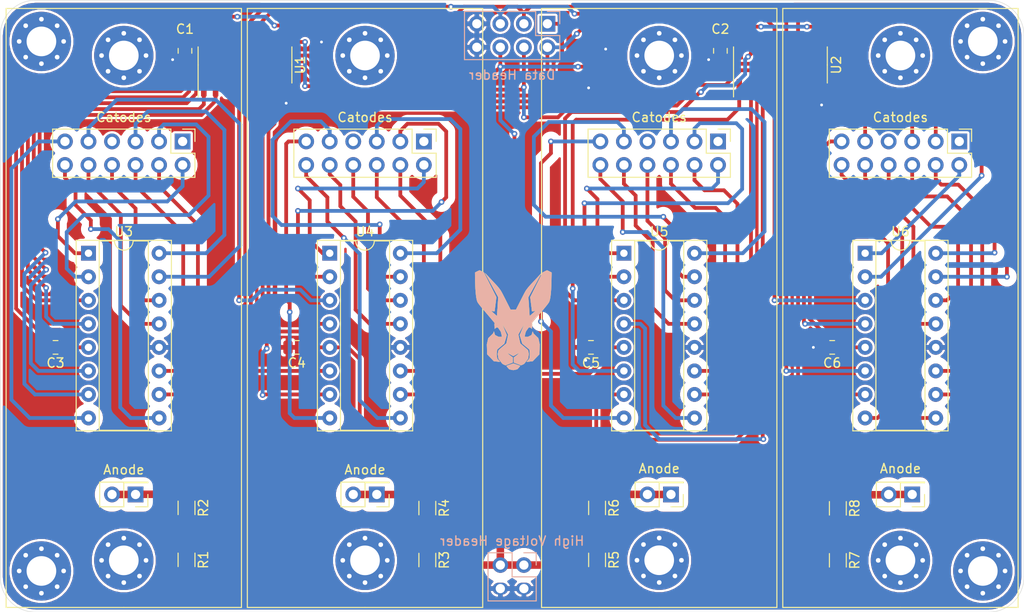
<source format=kicad_pcb>
(kicad_pcb (version 20171130) (host pcbnew "(5.1.12-1-10_14)")
  (layers (0 F.Cu signal) (31 B.Cu signal) (34 B.Paste user) (35 F.Paste user) (36 B.SilkS user) (37 F.SilkS user) (38 B.Mask user) (39 F.Mask user) (44 Edge.Cuts user))
  (net 0 "")
  (net 1 /GND)
  (net 2 /+5V)
  (net 3 /+180V)
  (net 4 /Display/NixieDigit1/D2)
  (net 5 /Display/NixieDigit1/D3)
  (net 6 /Display/NixieDigit1/D1)
  (net 7 /Display/NixieDigit1/D4)
  (net 8 /Display/NixieDigit1/D5)
  (net 9 /Display/NixieDigit1/D0)
  (net 10 /Display/NixieDigit1/D6)
  (net 11 /Display/NixieDigit1/D9)
  (net 12 /Display/NixieDigit1/D7)
  (net 13 /Display/NixieDigit1/D8)
  (net 14 /Display/NixieDigit2/D2)
  (net 15 /Display/NixieDigit2/D3)
  (net 16 /Display/NixieDigit2/D1)
  (net 17 /Display/NixieDigit2/D4)
  (net 18 /Display/NixieDigit2/D5)
  (net 19 /Display/NixieDigit2/D0)
  (net 20 /Display/NixieDigit2/D6)
  (net 21 /Display/NixieDigit2/D9)
  (net 22 /Display/NixieDigit2/D7)
  (net 23 /Display/NixieDigit2/D8)
  (net 24 "Net-(J4-Pad1)")
  (net 25 /Display/NixieDigit3/D2)
  (net 26 /Display/NixieDigit3/D3)
  (net 27 /Display/NixieDigit3/D1)
  (net 28 /Display/NixieDigit3/D4)
  (net 29 /Display/NixieDigit3/D5)
  (net 30 /Display/NixieDigit3/D0)
  (net 31 /Display/NixieDigit3/D6)
  (net 32 /Display/NixieDigit3/D9)
  (net 33 /Display/NixieDigit3/D7)
  (net 34 /Display/NixieDigit3/D8)
  (net 35 "Net-(J6-Pad1)")
  (net 36 /Display/NixieDigit4/D2)
  (net 37 /Display/NixieDigit4/D3)
  (net 38 /Display/NixieDigit4/D1)
  (net 39 /Display/NixieDigit4/D4)
  (net 40 /Display/NixieDigit4/D5)
  (net 41 /Display/NixieDigit4/D0)
  (net 42 /Display/NixieDigit4/D6)
  (net 43 /Display/NixieDigit4/D9)
  (net 44 /Display/NixieDigit4/D7)
  (net 45 /Display/NixieDigit4/D8)
  (net 46 "Net-(J8-Pad1)")
  (net 47 "Net-(R1-Pad1)")
  (net 48 "Net-(R3-Pad1)")
  (net 49 "Net-(R5-Pad1)")
  (net 50 "Net-(R7-Pad1)")
  (net 51 /Display/D1_A)
  (net 52 /DATA_IN)
  (net 53 /~OUTPUT_EN)
  (net 54 /DATA_LATCH)
  (net 55 /DATA_CLK)
  (net 56 /~DATA_CLR)
  (net 57 "Net-(U1-Pad9)")
  (net 58 /Display/D2_D)
  (net 59 /Display/D2_C)
  (net 60 /Display/D2_B)
  (net 61 /Display/D2_A)
  (net 62 /Display/D1_D)
  (net 63 /Display/D1_C)
  (net 64 /Display/D1_B)
  (net 65 /Display/D3_A)
  (net 66 "Net-(U2-Pad9)")
  (net 67 /Display/D4_D)
  (net 68 /Display/D4_C)
  (net 69 /Display/D4_B)
  (net 70 /Display/D4_A)
  (net 71 /Display/D3_D)
  (net 72 /Display/D3_C)
  (net 73 /Display/D3_B)
  (net 74 "Net-(J3-Pad7)")
  (net 75 "Net-(J3-Pad1)")
  (net 76 "Net-(J5-Pad7)")
  (net 77 "Net-(J5-Pad1)")
  (net 78 "Net-(J7-Pad7)")
  (net 79 "Net-(J7-Pad1)")
  (net 80 "Net-(J9-Pad7)")
  (net 81 "Net-(J9-Pad1)")
  (net 82 "Net-(J10-Pad1)")
  (module SilkScreen:rabbit_logo-12_5x13_5 (layer F.Cu) (at 143.002 102.9335)
    (fp_text reference G*** hide)
    (fp_text value LOGO hide)
  )
  (module SilkScreen:rabbit_logo-12_5x13_5 (layer B.Cu) (at 143.002 102.9335 180)
    (fp_text reference G*** hide)
    (fp_text value LOGO hide)
  )
  (module Package_SO:SOIC-16_3.9x9.9mm_P1.27mm (layer F.Cu) (at 171.831 75.565 90)
    (fp_text reference U2 (at 0 6.0325 90) (layer F.SilkS))
    (fp_text value 74HC595)
    (pad 16 smd roundrect (at 2.475 -4.445 90) (size 1.95 0.6) (layers F.Cu F.Paste F.Mask) (net 2 /+5V))
    (pad 15 smd roundrect (at 2.475 -3.175 90) (size 1.95 0.6) (layers F.Cu F.Paste F.Mask) (net 65 /Display/D3_A))
    (pad 14 smd roundrect (at 2.475 -1.905 90) (size 1.95 0.6) (layers F.Cu F.Paste F.Mask) (net 57 "Net-(U1-Pad9)"))
    (pad 13 smd roundrect (at 2.475 -0.635 90) (size 1.95 0.6) (layers F.Cu F.Paste F.Mask) (net 53 /~OUTPUT_EN))
    (pad 12 smd roundrect (at 2.475 0.635 90) (size 1.95 0.6) (layers F.Cu F.Paste F.Mask) (net 54 /DATA_LATCH))
    (pad 11 smd roundrect (at 2.475 1.905 90) (size 1.95 0.6) (layers F.Cu F.Paste F.Mask) (net 55 /DATA_CLK))
    (pad 10 smd roundrect (at 2.475 3.175 90) (size 1.95 0.6) (layers F.Cu F.Paste F.Mask) (net 56 /~DATA_CLR))
    (pad 9 smd roundrect (at 2.475 4.445 90) (size 1.95 0.6) (layers F.Cu F.Paste F.Mask) (net 66 "Net-(U2-Pad9)"))
    (pad 8 smd roundrect (at -2.475 4.445 90) (size 1.95 0.6) (layers F.Cu F.Paste F.Mask) (net 1 /GND))
    (pad 7 smd roundrect (at -2.475 3.175 90) (size 1.95 0.6) (layers F.Cu F.Paste F.Mask) (net 67 /Display/D4_D))
    (pad 6 smd roundrect (at -2.475 1.905 90) (size 1.95 0.6) (layers F.Cu F.Paste F.Mask) (net 68 /Display/D4_C))
    (pad 5 smd roundrect (at -2.475 0.635 90) (size 1.95 0.6) (layers F.Cu F.Paste F.Mask) (net 69 /Display/D4_B))
    (pad 4 smd roundrect (at -2.475 -0.635 90) (size 1.95 0.6) (layers F.Cu F.Paste F.Mask) (net 70 /Display/D4_A))
    (pad 3 smd roundrect (at -2.475 -1.905 90) (size 1.95 0.6) (layers F.Cu F.Paste F.Mask) (net 71 /Display/D3_D))
    (pad 2 smd roundrect (at -2.475 -3.175 90) (size 1.95 0.6) (layers F.Cu F.Paste F.Mask) (net 72 /Display/D3_C))
    (pad 1 smd roundrect (at -2.475 -4.445 90) (size 1.95 0.6) (layers F.Cu F.Paste F.Mask) (net 73 /Display/D3_B))
  )
  (module Package_SO:SOIC-16_3.9x9.9mm_P1.27mm (layer F.Cu) (at 114.046 75.565 90)
    (fp_text reference U1 (at 0 5.969 90) (layer F.SilkS))
    (fp_text value 74HC595)
    (pad 16 smd roundrect (at 2.475 -4.445 90) (size 1.95 0.6) (layers F.Cu F.Paste F.Mask) (net 2 /+5V))
    (pad 15 smd roundrect (at 2.475 -3.175 90) (size 1.95 0.6) (layers F.Cu F.Paste F.Mask) (net 51 /Display/D1_A))
    (pad 14 smd roundrect (at 2.475 -1.905 90) (size 1.95 0.6) (layers F.Cu F.Paste F.Mask) (net 52 /DATA_IN))
    (pad 13 smd roundrect (at 2.475 -0.635 90) (size 1.95 0.6) (layers F.Cu F.Paste F.Mask) (net 53 /~OUTPUT_EN))
    (pad 12 smd roundrect (at 2.475 0.635 90) (size 1.95 0.6) (layers F.Cu F.Paste F.Mask) (net 54 /DATA_LATCH))
    (pad 11 smd roundrect (at 2.475 1.905 90) (size 1.95 0.6) (layers F.Cu F.Paste F.Mask) (net 55 /DATA_CLK))
    (pad 10 smd roundrect (at 2.475 3.175 90) (size 1.95 0.6) (layers F.Cu F.Paste F.Mask) (net 56 /~DATA_CLR))
    (pad 9 smd roundrect (at 2.475 4.445 90) (size 1.95 0.6) (layers F.Cu F.Paste F.Mask) (net 57 "Net-(U1-Pad9)"))
    (pad 8 smd roundrect (at -2.475 4.445 90) (size 1.95 0.6) (layers F.Cu F.Paste F.Mask) (net 1 /GND))
    (pad 7 smd roundrect (at -2.475 3.175 90) (size 1.95 0.6) (layers F.Cu F.Paste F.Mask) (net 58 /Display/D2_D))
    (pad 6 smd roundrect (at -2.475 1.905 90) (size 1.95 0.6) (layers F.Cu F.Paste F.Mask) (net 59 /Display/D2_C))
    (pad 5 smd roundrect (at -2.475 0.635 90) (size 1.95 0.6) (layers F.Cu F.Paste F.Mask) (net 60 /Display/D2_B))
    (pad 4 smd roundrect (at -2.475 -0.635 90) (size 1.95 0.6) (layers F.Cu F.Paste F.Mask) (net 61 /Display/D2_A))
    (pad 3 smd roundrect (at -2.475 -1.905 90) (size 1.95 0.6) (layers F.Cu F.Paste F.Mask) (net 62 /Display/D1_D))
    (pad 2 smd roundrect (at -2.475 -3.175 90) (size 1.95 0.6) (layers F.Cu F.Paste F.Mask) (net 63 /Display/D1_C))
    (pad 1 smd roundrect (at -2.475 -4.445 90) (size 1.95 0.6) (layers F.Cu F.Paste F.Mask) (net 64 /Display/D1_B))
  )
  (module Connector_PinSocket_2.54mm:PinSocket_2x02_P2.54mm_Vertical (layer B.Cu) (at 144.145 129.54 90)
    (fp_text reference J2 hide)
    (fp_text value "High Voltage Header")
    (pad 4 thru_hole oval (at -2.54 -2.54 90) (size 1.27 1.6764) (drill 1) (layers *.Cu *.Mask) (net 1 /GND))
    (pad 3 thru_hole oval (at 0 -2.54 90) (size 1.6764 1.6764) (drill 1) (layers *.Cu *.Mask) (net 3 /+180V))
    (pad 2 thru_hole oval (at -2.54 0 90) (size 1.27 1.6764) (drill 1) (layers *.Cu *.Mask) (net 1 /GND))
    (pad 1 thru_hole circle (at 0 0 90) (size 1.6764 1.6764) (drill 1) (layers *.Cu *.Mask) (net 3 /+180V))
  )
  (module Connector_PinSocket_2.54mm:PinSocket_2x04_P2.54mm_Vertical (layer B.Cu) (at 146.685 71.12 90)
    (fp_text reference J1 hide)
    (fp_text value "Data header")
    (pad 8 thru_hole oval (at -2.54 -7.62 90) (size 1.7 1.7) (drill 1) (layers *.Cu *.Mask) (net 1 /GND))
    (pad 7 thru_hole oval (at 0 -7.62 90) (size 1.7 1.7) (drill 1) (layers *.Cu *.Mask) (net 1 /GND))
    (pad 6 thru_hole oval (at -2.54 -5.08 90) (size 1.7 1.7) (drill 1) (layers *.Cu *.Mask) (net 2 /+5V))
    (pad 5 thru_hole oval (at 0 -5.08 90) (size 1.7 1.7) (drill 1) (layers *.Cu *.Mask) (net 54 /DATA_LATCH))
    (pad 4 thru_hole oval (at -2.54 -2.54 90) (size 1.7 1.7) (drill 1) (layers *.Cu *.Mask) (net 56 /~DATA_CLR))
    (pad 3 thru_hole oval (at 0 -2.54 90) (size 1.7 1.7) (drill 1) (layers *.Cu *.Mask) (net 55 /DATA_CLK))
    (pad 2 thru_hole oval (at -2.54 0 90) (size 1.7 1.7) (drill 1) (layers *.Cu *.Mask) (net 53 /~OUTPUT_EN))
    (pad 1 thru_hole rect (at 0 0 90) (size 1.7 1.7) (drill 1) (layers *.Cu *.Mask) (net 52 /DATA_IN))
  )
  (module MountingHole:MountingHole_3.2mm_M3_Pad_Via (layer F.Cu) (at 193.675 73.025)
    (fp_text reference H4 hide)
    (fp_text value MountingHole)
    (pad 1 thru_hole circle (at 1.697056 -1.697056) (size 0.8 0.8) (drill 0.5) (layers *.Cu *.Mask))
    (pad 1 thru_hole circle (at 0 -2.4) (size 0.8 0.8) (drill 0.5) (layers *.Cu *.Mask))
    (pad 1 thru_hole circle (at -1.697056 -1.697056) (size 0.8 0.8) (drill 0.5) (layers *.Cu *.Mask))
    (pad 1 thru_hole circle (at -2.4 0) (size 0.8 0.8) (drill 0.5) (layers *.Cu *.Mask))
    (pad 1 thru_hole circle (at -1.697056 1.697056) (size 0.8 0.8) (drill 0.5) (layers *.Cu *.Mask))
    (pad 1 thru_hole circle (at 0 2.4) (size 0.8 0.8) (drill 0.5) (layers *.Cu *.Mask))
    (pad 1 thru_hole circle (at 1.697056 1.697056) (size 0.8 0.8) (drill 0.5) (layers *.Cu *.Mask))
    (pad 1 thru_hole circle (at 2.4 0) (size 0.8 0.8) (drill 0.5) (layers *.Cu *.Mask))
    (pad 1 thru_hole circle (at 0 0) (size 6.4 6.4) (drill 3.2) (layers *.Cu *.Mask))
  )
  (module MountingHole:MountingHole_3.2mm_M3_Pad_Via (layer F.Cu) (at 193.675 130.175)
    (fp_text reference H3 hide)
    (fp_text value MountingHole)
    (pad 1 thru_hole circle (at 1.697056 -1.697056) (size 0.8 0.8) (drill 0.5) (layers *.Cu *.Mask))
    (pad 1 thru_hole circle (at 0 -2.4) (size 0.8 0.8) (drill 0.5) (layers *.Cu *.Mask))
    (pad 1 thru_hole circle (at -1.697056 -1.697056) (size 0.8 0.8) (drill 0.5) (layers *.Cu *.Mask))
    (pad 1 thru_hole circle (at -2.4 0) (size 0.8 0.8) (drill 0.5) (layers *.Cu *.Mask))
    (pad 1 thru_hole circle (at -1.697056 1.697056) (size 0.8 0.8) (drill 0.5) (layers *.Cu *.Mask))
    (pad 1 thru_hole circle (at 0 2.4) (size 0.8 0.8) (drill 0.5) (layers *.Cu *.Mask))
    (pad 1 thru_hole circle (at 1.697056 1.697056) (size 0.8 0.8) (drill 0.5) (layers *.Cu *.Mask))
    (pad 1 thru_hole circle (at 2.4 0) (size 0.8 0.8) (drill 0.5) (layers *.Cu *.Mask))
    (pad 1 thru_hole circle (at 0 0) (size 6.4 6.4) (drill 3.2) (layers *.Cu *.Mask))
  )
  (module MountingHole:MountingHole_3.2mm_M3_Pad_Via (layer F.Cu) (at 92.075 130.175)
    (fp_text reference H2 hide)
    (fp_text value MountingHole)
    (pad 1 thru_hole circle (at 1.697056 -1.697056) (size 0.8 0.8) (drill 0.5) (layers *.Cu *.Mask))
    (pad 1 thru_hole circle (at 0 -2.4) (size 0.8 0.8) (drill 0.5) (layers *.Cu *.Mask))
    (pad 1 thru_hole circle (at -1.697056 -1.697056) (size 0.8 0.8) (drill 0.5) (layers *.Cu *.Mask))
    (pad 1 thru_hole circle (at -2.4 0) (size 0.8 0.8) (drill 0.5) (layers *.Cu *.Mask))
    (pad 1 thru_hole circle (at -1.697056 1.697056) (size 0.8 0.8) (drill 0.5) (layers *.Cu *.Mask))
    (pad 1 thru_hole circle (at 0 2.4) (size 0.8 0.8) (drill 0.5) (layers *.Cu *.Mask))
    (pad 1 thru_hole circle (at 1.697056 1.697056) (size 0.8 0.8) (drill 0.5) (layers *.Cu *.Mask))
    (pad 1 thru_hole circle (at 2.4 0) (size 0.8 0.8) (drill 0.5) (layers *.Cu *.Mask))
    (pad 1 thru_hole circle (at 0 0) (size 6.4 6.4) (drill 3.2) (layers *.Cu *.Mask))
  )
  (module MountingHole:MountingHole_3.2mm_M3_Pad_Via (layer F.Cu) (at 92.075 73.025)
    (fp_text reference H1 hide)
    (fp_text value MountingHole)
    (pad 1 thru_hole circle (at 1.697056 -1.697056) (size 0.8 0.8) (drill 0.5) (layers *.Cu *.Mask))
    (pad 1 thru_hole circle (at 0 -2.4) (size 0.8 0.8) (drill 0.5) (layers *.Cu *.Mask))
    (pad 1 thru_hole circle (at -1.697056 -1.697056) (size 0.8 0.8) (drill 0.5) (layers *.Cu *.Mask))
    (pad 1 thru_hole circle (at -2.4 0) (size 0.8 0.8) (drill 0.5) (layers *.Cu *.Mask))
    (pad 1 thru_hole circle (at -1.697056 1.697056) (size 0.8 0.8) (drill 0.5) (layers *.Cu *.Mask))
    (pad 1 thru_hole circle (at 0 2.4) (size 0.8 0.8) (drill 0.5) (layers *.Cu *.Mask))
    (pad 1 thru_hole circle (at 1.697056 1.697056) (size 0.8 0.8) (drill 0.5) (layers *.Cu *.Mask))
    (pad 1 thru_hole circle (at 2.4 0) (size 0.8 0.8) (drill 0.5) (layers *.Cu *.Mask))
    (pad 1 thru_hole circle (at 0 0) (size 6.4 6.4) (drill 3.2) (layers *.Cu *.Mask))
  )
  (module Capacitor_SMD:C_0805_2012Metric (layer F.Cu) (at 165.354 74.041 270)
    (fp_text reference C2 (at -2.3495 0 180) (layer F.SilkS))
    (fp_text value 0.1uF)
    (pad 2 smd roundrect (at 0.95 0 270) (size 1 1.45) (layers F.Cu F.Paste F.Mask) (net 1 /GND))
    (pad 1 smd roundrect (at -0.95 0 270) (size 1 1.45) (layers F.Cu F.Paste F.Mask) (net 2 /+5V))
  )
  (module Capacitor_SMD:C_0805_2012Metric (layer F.Cu) (at 107.569 74.041 270)
    (fp_text reference C1 (at -2.3495 0 180) (layer F.SilkS))
    (fp_text value 0.1uF)
    (pad 2 smd roundrect (at 0.95 0 270) (size 1 1.45) (layers F.Cu F.Paste F.Mask) (net 1 /GND))
    (pad 1 smd roundrect (at -0.95 0 270) (size 1 1.45) (layers F.Cu F.Paste F.Mask) (net 2 /+5V))
  )
  (module Package_DIP:DIP-16_W7.62mm_Socket (layer F.Cu) (at 180.975 95.885)
    (fp_text reference U6 (at 3.81 -2.33) (layer F.SilkS))
    (fp_text value K155ID1)
    (pad 16 thru_hole oval (at 7.62 0) (size 1.6 1.6) (drill 0.8) (layers *.Cu *.Mask) (net 41 /Display/NixieDigit4/D0))
    (pad 8 thru_hole oval (at 0 17.78) (size 1.6 1.6) (drill 0.8) (layers *.Cu *.Mask) (net 36 /Display/NixieDigit4/D2))
    (pad 15 thru_hole oval (at 7.62 2.54) (size 1.6 1.6) (drill 0.8) (layers *.Cu *.Mask) (net 38 /Display/NixieDigit4/D1))
    (pad 7 thru_hole oval (at 0 15.24) (size 1.6 1.6) (drill 0.8) (layers *.Cu *.Mask) (net 68 /Display/D4_C))
    (pad 14 thru_hole oval (at 7.62 5.08) (size 1.6 1.6) (drill 0.8) (layers *.Cu *.Mask) (net 40 /Display/NixieDigit4/D5))
    (pad 6 thru_hole oval (at 0 12.7) (size 1.6 1.6) (drill 0.8) (layers *.Cu *.Mask) (net 69 /Display/D4_B))
    (pad 13 thru_hole oval (at 7.62 7.62) (size 1.6 1.6) (drill 0.8) (layers *.Cu *.Mask) (net 39 /Display/NixieDigit4/D4))
    (pad 5 thru_hole oval (at 0 10.16) (size 1.6 1.6) (drill 0.8) (layers *.Cu *.Mask) (net 2 /+5V))
    (pad 12 thru_hole oval (at 7.62 10.16) (size 1.6 1.6) (drill 0.8) (layers *.Cu *.Mask) (net 1 /GND))
    (pad 4 thru_hole oval (at 0 7.62) (size 1.6 1.6) (drill 0.8) (layers *.Cu *.Mask) (net 67 /Display/D4_D))
    (pad 11 thru_hole oval (at 7.62 12.7) (size 1.6 1.6) (drill 0.8) (layers *.Cu *.Mask) (net 42 /Display/NixieDigit4/D6))
    (pad 3 thru_hole oval (at 0 5.08) (size 1.6 1.6) (drill 0.8) (layers *.Cu *.Mask) (net 70 /Display/D4_A))
    (pad 10 thru_hole oval (at 7.62 15.24) (size 1.6 1.6) (drill 0.8) (layers *.Cu *.Mask) (net 44 /Display/NixieDigit4/D7))
    (pad 2 thru_hole oval (at 0 2.54) (size 1.6 1.6) (drill 0.8) (layers *.Cu *.Mask) (net 43 /Display/NixieDigit4/D9))
    (pad 9 thru_hole oval (at 7.62 17.78) (size 1.6 1.6) (drill 0.8) (layers *.Cu *.Mask) (net 37 /Display/NixieDigit4/D3))
    (pad 1 thru_hole rect (at 0 0) (size 1.6 1.6) (drill 0.8) (layers *.Cu *.Mask) (net 45 /Display/NixieDigit4/D8))
  )
  (module Package_DIP:DIP-16_W7.62mm_Socket (layer F.Cu) (at 154.94 95.885)
    (fp_text reference U5 (at 3.81 -2.33) (layer F.SilkS))
    (fp_text value K155ID1)
    (pad 16 thru_hole oval (at 7.62 0) (size 1.6 1.6) (drill 0.8) (layers *.Cu *.Mask) (net 30 /Display/NixieDigit3/D0))
    (pad 8 thru_hole oval (at 0 17.78) (size 1.6 1.6) (drill 0.8) (layers *.Cu *.Mask) (net 25 /Display/NixieDigit3/D2))
    (pad 15 thru_hole oval (at 7.62 2.54) (size 1.6 1.6) (drill 0.8) (layers *.Cu *.Mask) (net 27 /Display/NixieDigit3/D1))
    (pad 7 thru_hole oval (at 0 15.24) (size 1.6 1.6) (drill 0.8) (layers *.Cu *.Mask) (net 72 /Display/D3_C))
    (pad 14 thru_hole oval (at 7.62 5.08) (size 1.6 1.6) (drill 0.8) (layers *.Cu *.Mask) (net 29 /Display/NixieDigit3/D5))
    (pad 6 thru_hole oval (at 0 12.7) (size 1.6 1.6) (drill 0.8) (layers *.Cu *.Mask) (net 73 /Display/D3_B))
    (pad 13 thru_hole oval (at 7.62 7.62) (size 1.6 1.6) (drill 0.8) (layers *.Cu *.Mask) (net 28 /Display/NixieDigit3/D4))
    (pad 5 thru_hole oval (at 0 10.16) (size 1.6 1.6) (drill 0.8) (layers *.Cu *.Mask) (net 2 /+5V))
    (pad 12 thru_hole oval (at 7.62 10.16) (size 1.6 1.6) (drill 0.8) (layers *.Cu *.Mask) (net 1 /GND))
    (pad 4 thru_hole oval (at 0 7.62) (size 1.6 1.6) (drill 0.8) (layers *.Cu *.Mask) (net 71 /Display/D3_D))
    (pad 11 thru_hole oval (at 7.62 12.7) (size 1.6 1.6) (drill 0.8) (layers *.Cu *.Mask) (net 31 /Display/NixieDigit3/D6))
    (pad 3 thru_hole oval (at 0 5.08) (size 1.6 1.6) (drill 0.8) (layers *.Cu *.Mask) (net 65 /Display/D3_A))
    (pad 10 thru_hole oval (at 7.62 15.24) (size 1.6 1.6) (drill 0.8) (layers *.Cu *.Mask) (net 33 /Display/NixieDigit3/D7))
    (pad 2 thru_hole oval (at 0 2.54) (size 1.6 1.6) (drill 0.8) (layers *.Cu *.Mask) (net 32 /Display/NixieDigit3/D9))
    (pad 9 thru_hole oval (at 7.62 17.78) (size 1.6 1.6) (drill 0.8) (layers *.Cu *.Mask) (net 26 /Display/NixieDigit3/D3))
    (pad 1 thru_hole rect (at 0 0) (size 1.6 1.6) (drill 0.8) (layers *.Cu *.Mask) (net 34 /Display/NixieDigit3/D8))
  )
  (module Package_DIP:DIP-16_W7.62mm_Socket (layer F.Cu) (at 123.19 95.885)
    (fp_text reference U4 (at 3.81 -2.33) (layer F.SilkS))
    (fp_text value K155ID1)
    (pad 16 thru_hole oval (at 7.62 0) (size 1.6 1.6) (drill 0.8) (layers *.Cu *.Mask) (net 19 /Display/NixieDigit2/D0))
    (pad 8 thru_hole oval (at 0 17.78) (size 1.6 1.6) (drill 0.8) (layers *.Cu *.Mask) (net 14 /Display/NixieDigit2/D2))
    (pad 15 thru_hole oval (at 7.62 2.54) (size 1.6 1.6) (drill 0.8) (layers *.Cu *.Mask) (net 16 /Display/NixieDigit2/D1))
    (pad 7 thru_hole oval (at 0 15.24) (size 1.6 1.6) (drill 0.8) (layers *.Cu *.Mask) (net 59 /Display/D2_C))
    (pad 14 thru_hole oval (at 7.62 5.08) (size 1.6 1.6) (drill 0.8) (layers *.Cu *.Mask) (net 18 /Display/NixieDigit2/D5))
    (pad 6 thru_hole oval (at 0 12.7) (size 1.6 1.6) (drill 0.8) (layers *.Cu *.Mask) (net 60 /Display/D2_B))
    (pad 13 thru_hole oval (at 7.62 7.62) (size 1.6 1.6) (drill 0.8) (layers *.Cu *.Mask) (net 17 /Display/NixieDigit2/D4))
    (pad 5 thru_hole oval (at 0 10.16) (size 1.6 1.6) (drill 0.8) (layers *.Cu *.Mask) (net 2 /+5V))
    (pad 12 thru_hole oval (at 7.62 10.16) (size 1.6 1.6) (drill 0.8) (layers *.Cu *.Mask) (net 1 /GND))
    (pad 4 thru_hole oval (at 0 7.62) (size 1.6 1.6) (drill 0.8) (layers *.Cu *.Mask) (net 58 /Display/D2_D))
    (pad 11 thru_hole oval (at 7.62 12.7) (size 1.6 1.6) (drill 0.8) (layers *.Cu *.Mask) (net 20 /Display/NixieDigit2/D6))
    (pad 3 thru_hole oval (at 0 5.08) (size 1.6 1.6) (drill 0.8) (layers *.Cu *.Mask) (net 61 /Display/D2_A))
    (pad 10 thru_hole oval (at 7.62 15.24) (size 1.6 1.6) (drill 0.8) (layers *.Cu *.Mask) (net 22 /Display/NixieDigit2/D7))
    (pad 2 thru_hole oval (at 0 2.54) (size 1.6 1.6) (drill 0.8) (layers *.Cu *.Mask) (net 21 /Display/NixieDigit2/D9))
    (pad 9 thru_hole oval (at 7.62 17.78) (size 1.6 1.6) (drill 0.8) (layers *.Cu *.Mask) (net 15 /Display/NixieDigit2/D3))
    (pad 1 thru_hole rect (at 0 0) (size 1.6 1.6) (drill 0.8) (layers *.Cu *.Mask) (net 23 /Display/NixieDigit2/D8))
  )
  (module Package_DIP:DIP-16_W7.62mm_Socket (layer F.Cu) (at 97.155 95.885)
    (fp_text reference U3 (at 3.81 -2.33) (layer F.SilkS))
    (fp_text value K155ID1)
    (pad 16 thru_hole oval (at 7.62 0) (size 1.6 1.6) (drill 0.8) (layers *.Cu *.Mask) (net 9 /Display/NixieDigit1/D0))
    (pad 8 thru_hole oval (at 0 17.78) (size 1.6 1.6) (drill 0.8) (layers *.Cu *.Mask) (net 4 /Display/NixieDigit1/D2))
    (pad 15 thru_hole oval (at 7.62 2.54) (size 1.6 1.6) (drill 0.8) (layers *.Cu *.Mask) (net 6 /Display/NixieDigit1/D1))
    (pad 7 thru_hole oval (at 0 15.24) (size 1.6 1.6) (drill 0.8) (layers *.Cu *.Mask) (net 63 /Display/D1_C))
    (pad 14 thru_hole oval (at 7.62 5.08) (size 1.6 1.6) (drill 0.8) (layers *.Cu *.Mask) (net 8 /Display/NixieDigit1/D5))
    (pad 6 thru_hole oval (at 0 12.7) (size 1.6 1.6) (drill 0.8) (layers *.Cu *.Mask) (net 64 /Display/D1_B))
    (pad 13 thru_hole oval (at 7.62 7.62) (size 1.6 1.6) (drill 0.8) (layers *.Cu *.Mask) (net 7 /Display/NixieDigit1/D4))
    (pad 5 thru_hole oval (at 0 10.16) (size 1.6 1.6) (drill 0.8) (layers *.Cu *.Mask) (net 2 /+5V))
    (pad 12 thru_hole oval (at 7.62 10.16) (size 1.6 1.6) (drill 0.8) (layers *.Cu *.Mask) (net 1 /GND))
    (pad 4 thru_hole oval (at 0 7.62) (size 1.6 1.6) (drill 0.8) (layers *.Cu *.Mask) (net 62 /Display/D1_D))
    (pad 11 thru_hole oval (at 7.62 12.7) (size 1.6 1.6) (drill 0.8) (layers *.Cu *.Mask) (net 10 /Display/NixieDigit1/D6))
    (pad 3 thru_hole oval (at 0 5.08) (size 1.6 1.6) (drill 0.8) (layers *.Cu *.Mask) (net 51 /Display/D1_A))
    (pad 10 thru_hole oval (at 7.62 15.24) (size 1.6 1.6) (drill 0.8) (layers *.Cu *.Mask) (net 12 /Display/NixieDigit1/D7))
    (pad 2 thru_hole oval (at 0 2.54) (size 1.6 1.6) (drill 0.8) (layers *.Cu *.Mask) (net 11 /Display/NixieDigit1/D9))
    (pad 9 thru_hole oval (at 7.62 17.78) (size 1.6 1.6) (drill 0.8) (layers *.Cu *.Mask) (net 5 /Display/NixieDigit1/D3))
    (pad 1 thru_hole rect (at 0 0) (size 1.6 1.6) (drill 0.8) (layers *.Cu *.Mask) (net 13 /Display/NixieDigit1/D8))
  )
  (module Resistor_SMD:R_1206_3216Metric (layer F.Cu) (at 178.0305 123.4155 270)
    (fp_text reference R8 (at 0 -1.82 90) (layer F.SilkS))
    (fp_text value 14k)
    (pad 2 smd roundrect (at 1.4625 0 270) (size 1.125 1.75) (layers F.Cu F.Paste F.Mask) (roundrect_rratio 0.2222204444444444) (net 50 "Net-(R7-Pad1)"))
    (pad 1 smd roundrect (at -1.4625 0 270) (size 1.125 1.75) (layers F.Cu F.Paste F.Mask) (roundrect_rratio 0.2222204444444444) (net 82 "Net-(J10-Pad1)"))
  )
  (module Resistor_SMD:R_1206_3216Metric (layer F.Cu) (at 178.0305 129.0255 270)
    (fp_text reference R7 (at 0 -1.82 90) (layer F.SilkS))
    (fp_text value 10k)
    (pad 2 smd roundrect (at 1.4625 0 270) (size 1.125 1.75) (layers F.Cu F.Paste F.Mask) (roundrect_rratio 0.2222204444444444) (net 3 /+180V))
    (pad 1 smd roundrect (at -1.4625 0 270) (size 1.125 1.75) (layers F.Cu F.Paste F.Mask) (roundrect_rratio 0.2222204444444444) (net 50 "Net-(R7-Pad1)"))
  )
  (module Resistor_SMD:R_1206_3216Metric (layer F.Cu) (at 152.0442 123.3729 270)
    (fp_text reference R6 (at 0 -1.82 90) (layer F.SilkS))
    (fp_text value 14k)
    (pad 2 smd roundrect (at 1.4625 0 270) (size 1.125 1.75) (layers F.Cu F.Paste F.Mask) (roundrect_rratio 0.2222204444444444) (net 49 "Net-(R5-Pad1)"))
    (pad 1 smd roundrect (at -1.4625 0 270) (size 1.125 1.75) (layers F.Cu F.Paste F.Mask) (roundrect_rratio 0.2222204444444444) (net 46 "Net-(J8-Pad1)"))
  )
  (module Resistor_SMD:R_1206_3216Metric (layer F.Cu) (at 152.0442 128.9829 270)
    (fp_text reference R5 (at 0 -1.82 90) (layer F.SilkS))
    (fp_text value 10k)
    (pad 2 smd roundrect (at 1.4625 0 270) (size 1.125 1.75) (layers F.Cu F.Paste F.Mask) (roundrect_rratio 0.2222204444444444) (net 3 /+180V))
    (pad 1 smd roundrect (at -1.4625 0 270) (size 1.125 1.75) (layers F.Cu F.Paste F.Mask) (roundrect_rratio 0.2222204444444444) (net 49 "Net-(R5-Pad1)"))
  )
  (module Resistor_SMD:R_1206_3216Metric (layer F.Cu) (at 133.724 123.3875 270)
    (fp_text reference R4 (at 0 -1.82 90) (layer F.SilkS))
    (fp_text value 14k)
    (pad 2 smd roundrect (at 1.4625 0 270) (size 1.125 1.75) (layers F.Cu F.Paste F.Mask) (roundrect_rratio 0.2222204444444444) (net 48 "Net-(R3-Pad1)"))
    (pad 1 smd roundrect (at -1.4625 0 270) (size 1.125 1.75) (layers F.Cu F.Paste F.Mask) (roundrect_rratio 0.2222204444444444) (net 35 "Net-(J6-Pad1)"))
  )
  (module Resistor_SMD:R_1206_3216Metric (layer F.Cu) (at 133.724 128.9975 270)
    (fp_text reference R3 (at 0 -1.82 90) (layer F.SilkS))
    (fp_text value 10k)
    (pad 2 smd roundrect (at 1.4625 0 270) (size 1.125 1.75) (layers F.Cu F.Paste F.Mask) (roundrect_rratio 0.2222204444444444) (net 3 /+180V))
    (pad 1 smd roundrect (at -1.4625 0 270) (size 1.125 1.75) (layers F.Cu F.Paste F.Mask) (roundrect_rratio 0.2222204444444444) (net 48 "Net-(R3-Pad1)"))
  )
  (module Resistor_SMD:R_1206_3216Metric (layer F.Cu) (at 107.736 123.3665 270)
    (fp_text reference R2 (at 0 -1.82 90) (layer F.SilkS))
    (fp_text value 14k)
    (pad 2 smd roundrect (at 1.4625 0 270) (size 1.125 1.75) (layers F.Cu F.Paste F.Mask) (roundrect_rratio 0.2222204444444444) (net 47 "Net-(R1-Pad1)"))
    (pad 1 smd roundrect (at -1.4625 0 270) (size 1.125 1.75) (layers F.Cu F.Paste F.Mask) (roundrect_rratio 0.2222204444444444) (net 24 "Net-(J4-Pad1)"))
  )
  (module Resistor_SMD:R_1206_3216Metric (layer F.Cu) (at 107.736 128.9765 270)
    (fp_text reference R1 (at 0 -1.82 90) (layer F.SilkS))
    (fp_text value 10k)
    (pad 2 smd roundrect (at 1.4625 0 270) (size 1.125 1.75) (layers F.Cu F.Paste F.Mask) (roundrect_rratio 0.2222204444444444) (net 3 /+180V))
    (pad 1 smd roundrect (at -1.4625 0 270) (size 1.125 1.75) (layers F.Cu F.Paste F.Mask) (roundrect_rratio 0.2222204444444444) (net 47 "Net-(R1-Pad1)"))
  )
  (module Connector_PinHeader_2.54mm:PinHeader_2x01_P2.54mm_Vertical (layer F.Cu) (at 186.055 121.92 180)
    (fp_text reference J10 hide)
    (fp_text value Anode)
    (pad 2 thru_hole oval (at 2.54 0 180) (size 1.7 1.7) (drill 1) (layers *.Cu *.Mask) (net 82 "Net-(J10-Pad1)"))
    (pad 1 thru_hole rect (at 0 0 180) (size 1.7 1.7) (drill 1) (layers *.Cu *.Mask) (net 82 "Net-(J10-Pad1)"))
  )
  (module Connector_PinHeader_2.54mm:PinHeader_2x06_P2.54mm_Vertical (layer F.Cu) (at 191.135 83.82 270)
    (fp_text reference J9 hide)
    (fp_text value Cathode)
    (pad 12 thru_hole oval (at 2.54 12.7 270) (size 1.7 1.7) (drill 1) (layers *.Cu *.Mask) (net 37 /Display/NixieDigit4/D3))
    (pad 11 thru_hole oval (at 0 12.7 270) (size 1.7 1.7) (drill 1) (layers *.Cu *.Mask) (net 36 /Display/NixieDigit4/D2))
    (pad 10 thru_hole oval (at 2.54 10.16 270) (size 1.7 1.7) (drill 1) (layers *.Cu *.Mask) (net 39 /Display/NixieDigit4/D4))
    (pad 9 thru_hole oval (at 0 10.16 270) (size 1.7 1.7) (drill 1) (layers *.Cu *.Mask) (net 38 /Display/NixieDigit4/D1))
    (pad 8 thru_hole oval (at 2.54 7.62 270) (size 1.7 1.7) (drill 1) (layers *.Cu *.Mask) (net 40 /Display/NixieDigit4/D5))
    (pad 7 thru_hole oval (at 0 7.62 270) (size 1.7 1.7) (drill 1) (layers *.Cu *.Mask) (net 80 "Net-(J9-Pad7)"))
    (pad 6 thru_hole oval (at 2.54 5.08 270) (size 1.7 1.7) (drill 1) (layers *.Cu *.Mask) (net 42 /Display/NixieDigit4/D6))
    (pad 5 thru_hole oval (at 0 5.08 270) (size 1.7 1.7) (drill 1) (layers *.Cu *.Mask) (net 41 /Display/NixieDigit4/D0))
    (pad 4 thru_hole oval (at 2.54 2.54 270) (size 1.7 1.7) (drill 1) (layers *.Cu *.Mask) (net 44 /Display/NixieDigit4/D7))
    (pad 3 thru_hole oval (at 0 2.54 270) (size 1.7 1.7) (drill 1) (layers *.Cu *.Mask) (net 43 /Display/NixieDigit4/D9))
    (pad 2 thru_hole oval (at 2.54 0 270) (size 1.7 1.7) (drill 1) (layers *.Cu *.Mask) (net 45 /Display/NixieDigit4/D8))
    (pad 1 thru_hole rect (at 0 0 270) (size 1.7 1.7) (drill 1) (layers *.Cu *.Mask) (net 81 "Net-(J9-Pad1)"))
  )
  (module Connector_PinHeader_2.54mm:PinHeader_2x01_P2.54mm_Vertical (layer F.Cu) (at 160.02 121.92 180)
    (fp_text reference J8 hide)
    (fp_text value Anode)
    (pad 2 thru_hole oval (at 2.54 0 180) (size 1.7 1.7) (drill 1) (layers *.Cu *.Mask) (net 46 "Net-(J8-Pad1)"))
    (pad 1 thru_hole rect (at 0 0 180) (size 1.7 1.7) (drill 1) (layers *.Cu *.Mask) (net 46 "Net-(J8-Pad1)"))
  )
  (module Connector_PinHeader_2.54mm:PinHeader_2x06_P2.54mm_Vertical (layer F.Cu) (at 165.1 83.82 270)
    (fp_text reference J7 hide)
    (fp_text value Cathode)
    (pad 12 thru_hole oval (at 2.54 12.7 270) (size 1.7 1.7) (drill 1) (layers *.Cu *.Mask) (net 26 /Display/NixieDigit3/D3))
    (pad 11 thru_hole oval (at 0 12.7 270) (size 1.7 1.7) (drill 1) (layers *.Cu *.Mask) (net 25 /Display/NixieDigit3/D2))
    (pad 10 thru_hole oval (at 2.54 10.16 270) (size 1.7 1.7) (drill 1) (layers *.Cu *.Mask) (net 28 /Display/NixieDigit3/D4))
    (pad 9 thru_hole oval (at 0 10.16 270) (size 1.7 1.7) (drill 1) (layers *.Cu *.Mask) (net 27 /Display/NixieDigit3/D1))
    (pad 8 thru_hole oval (at 2.54 7.62 270) (size 1.7 1.7) (drill 1) (layers *.Cu *.Mask) (net 29 /Display/NixieDigit3/D5))
    (pad 7 thru_hole oval (at 0 7.62 270) (size 1.7 1.7) (drill 1) (layers *.Cu *.Mask) (net 78 "Net-(J7-Pad7)"))
    (pad 6 thru_hole oval (at 2.54 5.08 270) (size 1.7 1.7) (drill 1) (layers *.Cu *.Mask) (net 31 /Display/NixieDigit3/D6))
    (pad 5 thru_hole oval (at 0 5.08 270) (size 1.7 1.7) (drill 1) (layers *.Cu *.Mask) (net 30 /Display/NixieDigit3/D0))
    (pad 4 thru_hole oval (at 2.54 2.54 270) (size 1.7 1.7) (drill 1) (layers *.Cu *.Mask) (net 33 /Display/NixieDigit3/D7))
    (pad 3 thru_hole oval (at 0 2.54 270) (size 1.7 1.7) (drill 1) (layers *.Cu *.Mask) (net 32 /Display/NixieDigit3/D9))
    (pad 2 thru_hole oval (at 2.54 0 270) (size 1.7 1.7) (drill 1) (layers *.Cu *.Mask) (net 34 /Display/NixieDigit3/D8))
    (pad 1 thru_hole rect (at 0 0 270) (size 1.7 1.7) (drill 1) (layers *.Cu *.Mask) (net 79 "Net-(J7-Pad1)"))
  )
  (module Connector_PinHeader_2.54mm:PinHeader_2x01_P2.54mm_Vertical (layer F.Cu) (at 128.27 121.92 180)
    (fp_text reference J6 hide)
    (fp_text value Anode)
    (pad 2 thru_hole oval (at 2.54 0 180) (size 1.7 1.7) (drill 1) (layers *.Cu *.Mask) (net 35 "Net-(J6-Pad1)"))
    (pad 1 thru_hole rect (at 0 0 180) (size 1.7 1.7) (drill 1) (layers *.Cu *.Mask) (net 35 "Net-(J6-Pad1)"))
  )
  (module Connector_PinHeader_2.54mm:PinHeader_2x06_P2.54mm_Vertical (layer F.Cu) (at 133.35 83.82 270)
    (fp_text reference J5 hide)
    (fp_text value Cathode)
    (pad 12 thru_hole oval (at 2.54 12.7 270) (size 1.7 1.7) (drill 1) (layers *.Cu *.Mask) (net 15 /Display/NixieDigit2/D3))
    (pad 11 thru_hole oval (at 0 12.7 270) (size 1.7 1.7) (drill 1) (layers *.Cu *.Mask) (net 14 /Display/NixieDigit2/D2))
    (pad 10 thru_hole oval (at 2.54 10.16 270) (size 1.7 1.7) (drill 1) (layers *.Cu *.Mask) (net 17 /Display/NixieDigit2/D4))
    (pad 9 thru_hole oval (at 0 10.16 270) (size 1.7 1.7) (drill 1) (layers *.Cu *.Mask) (net 16 /Display/NixieDigit2/D1))
    (pad 8 thru_hole oval (at 2.54 7.62 270) (size 1.7 1.7) (drill 1) (layers *.Cu *.Mask) (net 18 /Display/NixieDigit2/D5))
    (pad 7 thru_hole oval (at 0 7.62 270) (size 1.7 1.7) (drill 1) (layers *.Cu *.Mask) (net 76 "Net-(J5-Pad7)"))
    (pad 6 thru_hole oval (at 2.54 5.08 270) (size 1.7 1.7) (drill 1) (layers *.Cu *.Mask) (net 20 /Display/NixieDigit2/D6))
    (pad 5 thru_hole oval (at 0 5.08 270) (size 1.7 1.7) (drill 1) (layers *.Cu *.Mask) (net 19 /Display/NixieDigit2/D0))
    (pad 4 thru_hole oval (at 2.54 2.54 270) (size 1.7 1.7) (drill 1) (layers *.Cu *.Mask) (net 22 /Display/NixieDigit2/D7))
    (pad 3 thru_hole oval (at 0 2.54 270) (size 1.7 1.7) (drill 1) (layers *.Cu *.Mask) (net 21 /Display/NixieDigit2/D9))
    (pad 2 thru_hole oval (at 2.54 0 270) (size 1.7 1.7) (drill 1) (layers *.Cu *.Mask) (net 23 /Display/NixieDigit2/D8))
    (pad 1 thru_hole rect (at 0 0 270) (size 1.7 1.7) (drill 1) (layers *.Cu *.Mask) (net 77 "Net-(J5-Pad1)"))
  )
  (module Connector_PinHeader_2.54mm:PinHeader_2x01_P2.54mm_Vertical (layer F.Cu) (at 102.235 121.92 180)
    (fp_text reference J4 hide)
    (fp_text value Anode)
    (pad 1 thru_hole rect (at 0 0 180) (size 1.7 1.7) (drill 1) (layers *.Cu *.Mask) (net 24 "Net-(J4-Pad1)"))
    (pad 2 thru_hole oval (at 2.54 0 180) (size 1.7 1.7) (drill 1) (layers *.Cu *.Mask) (net 24 "Net-(J4-Pad1)"))
  )
  (module Connector_PinHeader_2.54mm:PinHeader_2x06_P2.54mm_Vertical (layer F.Cu) (at 107.315 83.82 270)
    (fp_text reference J3 hide)
    (fp_text value Cathode)
    (pad 12 thru_hole oval (at 2.54 12.7 270) (size 1.7 1.7) (drill 1) (layers *.Cu *.Mask) (net 5 /Display/NixieDigit1/D3))
    (pad 11 thru_hole oval (at 0 12.7 270) (size 1.7 1.7) (drill 1) (layers *.Cu *.Mask) (net 4 /Display/NixieDigit1/D2))
    (pad 10 thru_hole oval (at 2.54 10.16 270) (size 1.7 1.7) (drill 1) (layers *.Cu *.Mask) (net 7 /Display/NixieDigit1/D4))
    (pad 9 thru_hole oval (at 0 10.16 270) (size 1.7 1.7) (drill 1) (layers *.Cu *.Mask) (net 6 /Display/NixieDigit1/D1))
    (pad 8 thru_hole oval (at 2.54 7.62 270) (size 1.7 1.7) (drill 1) (layers *.Cu *.Mask) (net 8 /Display/NixieDigit1/D5))
    (pad 7 thru_hole oval (at 0 7.62 270) (size 1.7 1.7) (drill 1) (layers *.Cu *.Mask) (net 74 "Net-(J3-Pad7)"))
    (pad 6 thru_hole oval (at 2.54 5.08 270) (size 1.7 1.7) (drill 1) (layers *.Cu *.Mask) (net 10 /Display/NixieDigit1/D6))
    (pad 5 thru_hole oval (at 0 5.08 270) (size 1.7 1.7) (drill 1) (layers *.Cu *.Mask) (net 9 /Display/NixieDigit1/D0))
    (pad 4 thru_hole oval (at 2.54 2.54 270) (size 1.7 1.7) (drill 1) (layers *.Cu *.Mask) (net 12 /Display/NixieDigit1/D7))
    (pad 3 thru_hole oval (at 0 2.54 270) (size 1.7 1.7) (drill 1) (layers *.Cu *.Mask) (net 11 /Display/NixieDigit1/D9))
    (pad 2 thru_hole oval (at 2.54 0 270) (size 1.7 1.7) (drill 1) (layers *.Cu *.Mask) (net 13 /Display/NixieDigit1/D8))
    (pad 1 thru_hole rect (at 0 0 270) (size 1.7 1.7) (drill 1) (layers *.Cu *.Mask) (net 75 "Net-(J3-Pad1)"))
  )
  (module MountingHole:MountingHole_3.2mm_M3_Pad_Via (layer F.Cu) (at 184.785 74.549)
    (fp_text reference H12 hide)
    (fp_text value MountingHole)
    (pad 1 thru_hole circle (at 1.697056 -1.697056) (size 0.8 0.8) (drill 0.5) (layers *.Cu *.Mask))
    (pad 1 thru_hole circle (at 0 -2.4) (size 0.8 0.8) (drill 0.5) (layers *.Cu *.Mask))
    (pad 1 thru_hole circle (at -1.697056 -1.697056) (size 0.8 0.8) (drill 0.5) (layers *.Cu *.Mask))
    (pad 1 thru_hole circle (at -2.4 0) (size 0.8 0.8) (drill 0.5) (layers *.Cu *.Mask))
    (pad 1 thru_hole circle (at -1.697056 1.697056) (size 0.8 0.8) (drill 0.5) (layers *.Cu *.Mask))
    (pad 1 thru_hole circle (at 0 2.4) (size 0.8 0.8) (drill 0.5) (layers *.Cu *.Mask))
    (pad 1 thru_hole circle (at 1.697056 1.697056) (size 0.8 0.8) (drill 0.5) (layers *.Cu *.Mask))
    (pad 1 thru_hole circle (at 2.4 0) (size 0.8 0.8) (drill 0.5) (layers *.Cu *.Mask))
    (pad 1 thru_hole circle (at 0 0) (size 6.4 6.4) (drill 3.2) (layers *.Cu *.Mask))
  )
  (module MountingHole:MountingHole_3.2mm_M3_Pad_Via (layer F.Cu) (at 184.785 129.032)
    (fp_text reference H11 hide)
    (fp_text value MountingHole)
    (pad 1 thru_hole circle (at 1.697056 -1.697056) (size 0.8 0.8) (drill 0.5) (layers *.Cu *.Mask))
    (pad 1 thru_hole circle (at 0 -2.4) (size 0.8 0.8) (drill 0.5) (layers *.Cu *.Mask))
    (pad 1 thru_hole circle (at -1.697056 -1.697056) (size 0.8 0.8) (drill 0.5) (layers *.Cu *.Mask))
    (pad 1 thru_hole circle (at -2.4 0) (size 0.8 0.8) (drill 0.5) (layers *.Cu *.Mask))
    (pad 1 thru_hole circle (at -1.697056 1.697056) (size 0.8 0.8) (drill 0.5) (layers *.Cu *.Mask))
    (pad 1 thru_hole circle (at 0 2.4) (size 0.8 0.8) (drill 0.5) (layers *.Cu *.Mask))
    (pad 1 thru_hole circle (at 1.697056 1.697056) (size 0.8 0.8) (drill 0.5) (layers *.Cu *.Mask))
    (pad 1 thru_hole circle (at 2.4 0) (size 0.8 0.8) (drill 0.5) (layers *.Cu *.Mask))
    (pad 1 thru_hole circle (at 0 0) (size 6.4 6.4) (drill 3.2) (layers *.Cu *.Mask))
  )
  (module MountingHole:MountingHole_3.2mm_M3_Pad_Via (layer F.Cu) (at 158.75 74.549)
    (fp_text reference H10 hide)
    (fp_text value MountingHole)
    (pad 1 thru_hole circle (at 1.697056 -1.697056) (size 0.8 0.8) (drill 0.5) (layers *.Cu *.Mask))
    (pad 1 thru_hole circle (at 0 -2.4) (size 0.8 0.8) (drill 0.5) (layers *.Cu *.Mask))
    (pad 1 thru_hole circle (at -1.697056 -1.697056) (size 0.8 0.8) (drill 0.5) (layers *.Cu *.Mask))
    (pad 1 thru_hole circle (at -2.4 0) (size 0.8 0.8) (drill 0.5) (layers *.Cu *.Mask))
    (pad 1 thru_hole circle (at -1.697056 1.697056) (size 0.8 0.8) (drill 0.5) (layers *.Cu *.Mask))
    (pad 1 thru_hole circle (at 0 2.4) (size 0.8 0.8) (drill 0.5) (layers *.Cu *.Mask))
    (pad 1 thru_hole circle (at 1.697056 1.697056) (size 0.8 0.8) (drill 0.5) (layers *.Cu *.Mask))
    (pad 1 thru_hole circle (at 2.4 0) (size 0.8 0.8) (drill 0.5) (layers *.Cu *.Mask))
    (pad 1 thru_hole circle (at 0 0) (size 6.4 6.4) (drill 3.2) (layers *.Cu *.Mask))
  )
  (module MountingHole:MountingHole_3.2mm_M3_Pad_Via (layer F.Cu) (at 158.75 129.019)
    (fp_text reference H9 hide)
    (fp_text value MountingHole)
    (pad 1 thru_hole circle (at 1.697056 -1.697056) (size 0.8 0.8) (drill 0.5) (layers *.Cu *.Mask))
    (pad 1 thru_hole circle (at 0 -2.4) (size 0.8 0.8) (drill 0.5) (layers *.Cu *.Mask))
    (pad 1 thru_hole circle (at -1.697056 -1.697056) (size 0.8 0.8) (drill 0.5) (layers *.Cu *.Mask))
    (pad 1 thru_hole circle (at -2.4 0) (size 0.8 0.8) (drill 0.5) (layers *.Cu *.Mask))
    (pad 1 thru_hole circle (at -1.697056 1.697056) (size 0.8 0.8) (drill 0.5) (layers *.Cu *.Mask))
    (pad 1 thru_hole circle (at 0 2.4) (size 0.8 0.8) (drill 0.5) (layers *.Cu *.Mask))
    (pad 1 thru_hole circle (at 1.697056 1.697056) (size 0.8 0.8) (drill 0.5) (layers *.Cu *.Mask))
    (pad 1 thru_hole circle (at 2.4 0) (size 0.8 0.8) (drill 0.5) (layers *.Cu *.Mask))
    (pad 1 thru_hole circle (at 0 0) (size 6.4 6.4) (drill 3.2) (layers *.Cu *.Mask))
  )
  (module MountingHole:MountingHole_3.2mm_M3_Pad_Via (layer F.Cu) (at 127 74.549)
    (fp_text reference H8 hide)
    (fp_text value MountingHole)
    (pad 1 thru_hole circle (at 1.697056 -1.697056) (size 0.8 0.8) (drill 0.5) (layers *.Cu *.Mask))
    (pad 1 thru_hole circle (at 0 -2.4) (size 0.8 0.8) (drill 0.5) (layers *.Cu *.Mask))
    (pad 1 thru_hole circle (at -1.697056 -1.697056) (size 0.8 0.8) (drill 0.5) (layers *.Cu *.Mask))
    (pad 1 thru_hole circle (at -2.4 0) (size 0.8 0.8) (drill 0.5) (layers *.Cu *.Mask))
    (pad 1 thru_hole circle (at -1.697056 1.697056) (size 0.8 0.8) (drill 0.5) (layers *.Cu *.Mask))
    (pad 1 thru_hole circle (at 0 2.4) (size 0.8 0.8) (drill 0.5) (layers *.Cu *.Mask))
    (pad 1 thru_hole circle (at 1.697056 1.697056) (size 0.8 0.8) (drill 0.5) (layers *.Cu *.Mask))
    (pad 1 thru_hole circle (at 2.4 0) (size 0.8 0.8) (drill 0.5) (layers *.Cu *.Mask))
    (pad 1 thru_hole circle (at 0 0) (size 6.4 6.4) (drill 3.2) (layers *.Cu *.Mask))
  )
  (module MountingHole:MountingHole_3.2mm_M3_Pad_Via (layer F.Cu) (at 127 129.032)
    (fp_text reference H7 hide)
    (fp_text value MountingHole)
    (pad 1 thru_hole circle (at 1.697056 -1.697056) (size 0.8 0.8) (drill 0.5) (layers *.Cu *.Mask))
    (pad 1 thru_hole circle (at 0 -2.4) (size 0.8 0.8) (drill 0.5) (layers *.Cu *.Mask))
    (pad 1 thru_hole circle (at -1.697056 -1.697056) (size 0.8 0.8) (drill 0.5) (layers *.Cu *.Mask))
    (pad 1 thru_hole circle (at -2.4 0) (size 0.8 0.8) (drill 0.5) (layers *.Cu *.Mask))
    (pad 1 thru_hole circle (at -1.697056 1.697056) (size 0.8 0.8) (drill 0.5) (layers *.Cu *.Mask))
    (pad 1 thru_hole circle (at 0 2.4) (size 0.8 0.8) (drill 0.5) (layers *.Cu *.Mask))
    (pad 1 thru_hole circle (at 1.697056 1.697056) (size 0.8 0.8) (drill 0.5) (layers *.Cu *.Mask))
    (pad 1 thru_hole circle (at 2.4 0) (size 0.8 0.8) (drill 0.5) (layers *.Cu *.Mask))
    (pad 1 thru_hole circle (at 0 0) (size 6.4 6.4) (drill 3.2) (layers *.Cu *.Mask))
  )
  (module MountingHole:MountingHole_3.2mm_M3_Pad_Via (layer F.Cu) (at 100.965 74.549)
    (fp_text reference H6 hide)
    (fp_text value MountingHole)
    (pad 1 thru_hole circle (at 1.697056 -1.697056) (size 0.8 0.8) (drill 0.5) (layers *.Cu *.Mask))
    (pad 1 thru_hole circle (at 0 -2.4) (size 0.8 0.8) (drill 0.5) (layers *.Cu *.Mask))
    (pad 1 thru_hole circle (at -1.697056 -1.697056) (size 0.8 0.8) (drill 0.5) (layers *.Cu *.Mask))
    (pad 1 thru_hole circle (at -2.4 0) (size 0.8 0.8) (drill 0.5) (layers *.Cu *.Mask))
    (pad 1 thru_hole circle (at -1.697056 1.697056) (size 0.8 0.8) (drill 0.5) (layers *.Cu *.Mask))
    (pad 1 thru_hole circle (at 0 2.4) (size 0.8 0.8) (drill 0.5) (layers *.Cu *.Mask))
    (pad 1 thru_hole circle (at 1.697056 1.697056) (size 0.8 0.8) (drill 0.5) (layers *.Cu *.Mask))
    (pad 1 thru_hole circle (at 2.4 0) (size 0.8 0.8) (drill 0.5) (layers *.Cu *.Mask))
    (pad 1 thru_hole circle (at 0 0) (size 6.4 6.4) (drill 3.2) (layers *.Cu *.Mask))
  )
  (module MountingHole:MountingHole_3.2mm_M3_Pad_Via (layer F.Cu) (at 100.965 129.032)
    (fp_text reference H5 hide)
    (fp_text value MountingHole)
    (pad 1 thru_hole circle (at 0 0) (size 6.4 6.4) (drill 3.2) (layers *.Cu *.Mask))
    (pad 1 thru_hole circle (at 2.4 0) (size 0.8 0.8) (drill 0.5) (layers *.Cu *.Mask))
    (pad 1 thru_hole circle (at 1.697056 1.697056) (size 0.8 0.8) (drill 0.5) (layers *.Cu *.Mask))
    (pad 1 thru_hole circle (at 0 2.4) (size 0.8 0.8) (drill 0.5) (layers *.Cu *.Mask))
    (pad 1 thru_hole circle (at -1.697056 1.697056) (size 0.8 0.8) (drill 0.5) (layers *.Cu *.Mask))
    (pad 1 thru_hole circle (at -2.4 0) (size 0.8 0.8) (drill 0.5) (layers *.Cu *.Mask))
    (pad 1 thru_hole circle (at -1.697056 -1.697056) (size 0.8 0.8) (drill 0.5) (layers *.Cu *.Mask))
    (pad 1 thru_hole circle (at 0 -2.4) (size 0.8 0.8) (drill 0.5) (layers *.Cu *.Mask))
    (pad 1 thru_hole circle (at 1.697056 -1.697056) (size 0.8 0.8) (drill 0.5) (layers *.Cu *.Mask))
  )
  (module Capacitor_SMD:C_0805_2012Metric (layer F.Cu) (at 177.419 106.045 180)
    (fp_text reference C6 (at 0 -1.68) (layer F.SilkS))
    (fp_text value 0.1uF)
    (pad 2 smd roundrect (at 0.95 0 180) (size 1 1.45) (layers F.Cu F.Paste F.Mask) (net 1 /GND))
    (pad 1 smd roundrect (at -0.95 0 180) (size 1 1.45) (layers F.Cu F.Paste F.Mask) (net 2 /+5V))
  )
  (module Capacitor_SMD:C_0805_2012Metric (layer F.Cu) (at 151.384 106.045 180)
    (fp_text reference C5 (at 0 -1.68) (layer F.SilkS))
    (fp_text value 0.1uF)
    (pad 2 smd roundrect (at 0.95 0 180) (size 1 1.45) (layers F.Cu F.Paste F.Mask) (net 1 /GND))
    (pad 1 smd roundrect (at -0.95 0 180) (size 1 1.45) (layers F.Cu F.Paste F.Mask) (net 2 /+5V))
  )
  (module Capacitor_SMD:C_0805_2012Metric (layer F.Cu) (at 119.634 106.045 180)
    (fp_text reference C4 (at 0 -1.68) (layer F.SilkS))
    (fp_text value 0.1uF)
    (pad 2 smd roundrect (at 0.95 0 180) (size 1 1.45) (layers F.Cu F.Paste F.Mask) (net 1 /GND))
    (pad 1 smd roundrect (at -0.95 0 180) (size 1 1.45) (layers F.Cu F.Paste F.Mask) (net 2 /+5V))
  )
  (module Capacitor_SMD:C_0805_2012Metric (layer F.Cu) (at 93.599 106.045 180)
    (fp_text reference C3 (at 0 -1.68) (layer F.SilkS))
    (fp_text value 0.1uF)
    (pad 2 smd roundrect (at 0.95 0 180) (size 1 1.45) (layers F.Cu F.Paste F.Mask) (net 1 /GND))
    (pad 1 smd roundrect (at -0.95 0 180) (size 1 1.45) (layers F.Cu F.Paste F.Mask) (net 2 /+5V))
  )
  (gr_text Catodes (at 184.785 81.2165) (layer F.SilkS) (effects (font (size 1 1))))
  (gr_text Catodes (at 158.75 81.2165) (layer F.SilkS) (effects (font (size 1 1))))
  (gr_text Catodes (at 127 81.2165) (layer F.SilkS) (effects (font (size 1 1))))
  (gr_text Catodes (at 100.965 81.2165) (layer F.SilkS) (effects (font (size 1 1))))
  (gr_text "High Voltage Header" (at 142.875 126.9365) (layer B.SilkS) (effects (font (size 1 1)) (justify mirror)))
  (gr_text "Data Header" (at 142.875 76.6445) (layer B.SilkS) (effects (font (size 1 1)) (justify mirror)))
  (gr_text Anode (at 184.785 119.126) (layer F.SilkS) (effects (font (size 1 1))))
  (gr_text Anode (at 158.75 119.126) (layer F.SilkS) (effects (font (size 1 1))))
  (gr_text Anode (at 127 119.253) (layer F.SilkS) (effects (font (size 1 1))))
  (gr_text Anode (at 100.965 119.253) (layer F.SilkS) (effects (font (size 1 1))))
  (gr_arc (start 194.31 72.39) (end 198.12 72.39) (angle -90) (layer Edge.Cuts) (width 0.05))
  (gr_arc (start 194.31 130.81) (end 194.31 134.62) (angle -90) (layer Edge.Cuts) (width 0.05))
  (gr_arc (start 91.44 130.81) (end 87.63 130.81) (angle -90) (layer Edge.Cuts) (width 0.05))
  (gr_arc (start 91.44 72.39) (end 91.44 68.58) (angle -90) (layer Edge.Cuts) (width 0.05))
  (gr_line (start 194.31 68.58) (end 91.44 68.58) (layer Edge.Cuts) (width 0.05))
  (gr_line (start 198.12 130.81) (end 198.12 72.39) (layer Edge.Cuts) (width 0.05))
  (gr_line (start 91.44 134.62) (end 194.31 134.62) (layer Edge.Cuts) (width 0.05))
  (gr_line (start 87.63 72.39) (end 87.63 130.81) (layer Edge.Cuts) (width 0.05))
  (gr_line (start 158.75 134.112) (end 171.45 134.112) (layer F.SilkS) (width 0.12))
  (gr_line (start 158.75 134.112) (end 146.05 134.112) (layer F.SilkS) (width 0.12))
  (gr_line (start 184.785 134.112) (end 197.485 134.112) (layer F.SilkS) (width 0.12))
  (gr_line (start 184.785 134.112) (end 172.085 134.112) (layer F.SilkS) (width 0.12))
  (gr_line (start 184.785 69.469) (end 172.085 69.469) (layer F.SilkS) (width 0.12))
  (gr_line (start 197.485 134.112) (end 197.485 69.469) (layer F.SilkS) (width 0.12))
  (gr_line (start 172.085 69.469) (end 172.085 134.112) (layer F.SilkS) (width 0.12))
  (gr_line (start 184.785 69.469) (end 197.485 69.469) (layer F.SilkS) (width 0.12))
  (gr_line (start 158.75 69.469) (end 146.05 69.469) (layer F.SilkS) (width 0.12))
  (gr_line (start 171.45 134.112) (end 171.45 69.469) (layer F.SilkS) (width 0.12))
  (gr_line (start 146.05 69.469) (end 146.05 134.112) (layer F.SilkS) (width 0.12))
  (gr_line (start 158.75 69.469) (end 171.45 69.469) (layer F.SilkS) (width 0.12))
  (gr_line (start 127 134.112) (end 139.7 134.112) (layer F.SilkS) (width 0.12))
  (gr_line (start 127 134.112) (end 114.3 134.112) (layer F.SilkS) (width 0.12))
  (gr_line (start 127 69.469) (end 114.3 69.469) (layer F.SilkS) (width 0.12))
  (gr_line (start 139.7 134.112) (end 139.7 69.469) (layer F.SilkS) (width 0.12))
  (gr_line (start 114.3 69.469) (end 114.3 134.112) (layer F.SilkS) (width 0.12))
  (gr_line (start 127 69.469) (end 139.7 69.469) (layer F.SilkS) (width 0.12))
  (gr_line (start 113.665 134.112) (end 113.665 69.469) (layer F.SilkS) (width 0.12))
  (gr_line (start 88.265 69.469) (end 88.265 134.112) (layer F.SilkS) (width 0.12))
  (gr_line (start 100.965 69.469) (end 113.665 69.469) (layer F.SilkS) (width 0.12))
  (gr_line (start 100.965 69.469) (end 88.265 69.469) (layer F.SilkS) (width 0.12))
  (gr_line (start 100.965 134.112) (end 88.265 134.112) (layer F.SilkS) (width 0.12))
  (gr_line (start 100.965 134.112) (end 113.665 134.112) (layer F.SilkS) (width 0.12))
  (via (at 164.084 74.9935) (size 0.6096) (drill 0.3048) (layers F.Cu B.Cu) (net 1))
  (via (at 175.387 106.045) (size 0.6096) (drill 0.3048) (layers F.Cu B.Cu) (net 1))
  (via (at 176.276 79.883) (size 0.6096) (drill 0.3048) (layers F.Cu B.Cu) (net 1))
  (via (at 106.2355 74.9935) (size 0.6096) (drill 0.3048) (layers F.Cu B.Cu) (net 1))
  (via (at 118.491 79.6925) (size 0.6096) (drill 0.3048) (layers F.Cu B.Cu) (net 1))
  (via (at 150.8125 107.442) (size 0.6096) (drill 0.3048) (layers F.Cu B.Cu) (net 1))
  (via (at 122.301 73.0885) (size 0.6096) (drill 0.3048) (layers F.Cu B.Cu) (net 1))
  (via (at 152.9715 73.8505) (size 0.6096) (drill 0.3048) (layers F.Cu B.Cu) (net 1))
  (via (at 151.13 78.0415) (size 0.6096) (drill 0.3048) (layers F.Cu B.Cu) (net 1))
  (segment (start 109.6 73.091) (end 109.601 73.09) (width 0.4064) (layer F.Cu) (net 2))
  (segment (start 107.569 73.091) (end 109.6 73.091) (width 0.4064) (layer F.Cu) (net 2))
  (segment (start 94.549 106.045) (end 97.155 106.045) (width 0.4064) (layer F.Cu) (net 2))
  (segment (start 109.601 73.09) (end 109.601 71.374) (width 0.4064) (layer F.Cu) (net 2))
  (via (at 113.2205 70.358) (size 0.6096) (drill 0.3048) (layers F.Cu B.Cu) (net 2))
  (segment (start 110.617 70.358) (end 113.2205 70.358) (width 0.4064) (layer F.Cu) (net 2))
  (segment (start 109.601 71.374) (end 110.617 70.358) (width 0.4064) (layer F.Cu) (net 2))
  (segment (start 116.2685 70.358) (end 113.2205 70.358) (width 0.4064) (layer B.Cu) (net 2))
  (segment (start 117.221 71.3105) (end 116.2685 70.358) (width 0.4064) (layer B.Cu) (net 2))
  (via (at 117.221 71.3105) (size 0.6096) (drill 0.3048) (layers F.Cu B.Cu) (net 2))
  (segment (start 141.605 75.7555) (end 141.605 73.787) (width 0.4064) (layer F.Cu) (net 2))
  (segment (start 141.097 76.2635) (end 141.605 75.7555) (width 0.4064) (layer F.Cu) (net 2))
  (segment (start 136.525 76.2635) (end 141.097 76.2635) (width 0.4064) (layer F.Cu) (net 2))
  (segment (start 135.92175 75.66025) (end 136.525 76.2635) (width 0.4064) (layer F.Cu) (net 2))
  (segment (start 135.92175 71.72325) (end 135.92175 75.66025) (width 0.4064) (layer F.Cu) (net 2))
  (segment (start 134.874 70.6755) (end 135.92175 71.72325) (width 0.4064) (layer F.Cu) (net 2))
  (segment (start 119.0625 70.6755) (end 134.874 70.6755) (width 0.4064) (layer F.Cu) (net 2))
  (segment (start 118.4275 71.3105) (end 119.0625 70.6755) (width 0.4064) (layer F.Cu) (net 2))
  (segment (start 117.221 71.3105) (end 118.4275 71.3105) (width 0.4064) (layer F.Cu) (net 2))
  (segment (start 167.385 73.091) (end 167.386 73.09) (width 0.4064) (layer F.Cu) (net 2))
  (segment (start 165.354 73.091) (end 167.385 73.091) (width 0.4064) (layer F.Cu) (net 2))
  (segment (start 152.334 106.045) (end 154.94 106.045) (width 0.4064) (layer F.Cu) (net 2))
  (segment (start 167.386 73.09) (end 167.386 71.882) (width 0.4064) (layer F.Cu) (net 2))
  (via (at 169.7355 71.4375) (size 0.6096) (drill 0.3048) (layers F.Cu B.Cu) (net 2))
  (segment (start 167.8305 71.4375) (end 169.7355 71.4375) (width 0.4064) (layer F.Cu) (net 2))
  (segment (start 167.386 71.882) (end 167.8305 71.4375) (width 0.4064) (layer F.Cu) (net 2))
  (via (at 174.6885 71.4375) (size 0.6096) (drill 0.3048) (layers F.Cu B.Cu) (net 2))
  (segment (start 169.7355 71.4375) (end 174.6885 71.4375) (width 0.4064) (layer B.Cu) (net 2))
  (segment (start 178.369 106.045) (end 180.975 106.045) (width 0.4064) (layer F.Cu) (net 2))
  (segment (start 120.584 106.045) (end 123.19 106.045) (width 0.4064) (layer F.Cu) (net 2))
  (segment (start 178.369 104.8995) (end 178.369 106.045) (width 0.4064) (layer F.Cu) (net 2))
  (segment (start 178.054 104.5845) (end 178.369 104.8995) (width 0.4064) (layer F.Cu) (net 2))
  (segment (start 176.5935 104.5845) (end 178.054 104.5845) (width 0.4064) (layer F.Cu) (net 2))
  (segment (start 175.006 102.997) (end 176.5935 104.5845) (width 0.4064) (layer F.Cu) (net 2))
  (segment (start 177.6095 72.009) (end 177.6095 80.2005) (width 0.4064) (layer F.Cu) (net 2))
  (segment (start 175.006 82.804) (end 175.006 102.997) (width 0.4064) (layer F.Cu) (net 2))
  (segment (start 177.6095 80.2005) (end 175.006 82.804) (width 0.4064) (layer F.Cu) (net 2))
  (segment (start 177.038 71.4375) (end 177.6095 72.009) (width 0.4064) (layer F.Cu) (net 2))
  (segment (start 174.6885 71.4375) (end 177.038 71.4375) (width 0.4064) (layer F.Cu) (net 2))
  (via (at 141.605 75.7555) (size 0.6096) (drill 0.3048) (layers F.Cu B.Cu) (net 2))
  (via (at 143.129 82.9945) (size 0.6096) (drill 0.3048) (layers F.Cu B.Cu) (net 2))
  (segment (start 143.129 108.9025) (end 151.1935 108.9025) (width 0.4064) (layer F.Cu) (net 2))
  (segment (start 143.129 82.9945) (end 143.129 108.9025) (width 0.4064) (layer F.Cu) (net 2))
  (segment (start 152.334 107.762) (end 152.334 106.045) (width 0.4064) (layer F.Cu) (net 2))
  (segment (start 151.1935 108.9025) (end 152.334 107.762) (width 0.4064) (layer F.Cu) (net 2))
  (segment (start 126.4285 107.315) (end 125.1585 106.045) (width 0.4064) (layer F.Cu) (net 2))
  (segment (start 126.4285 115.2525) (end 126.4285 107.315) (width 0.4064) (layer F.Cu) (net 2))
  (segment (start 143.129 113.411) (end 140.5255 116.0145) (width 0.4064) (layer F.Cu) (net 2))
  (segment (start 127.1905 116.0145) (end 126.4285 115.2525) (width 0.4064) (layer F.Cu) (net 2))
  (segment (start 140.5255 116.0145) (end 127.1905 116.0145) (width 0.4064) (layer F.Cu) (net 2))
  (segment (start 125.1585 106.045) (end 123.19 106.045) (width 0.4064) (layer F.Cu) (net 2))
  (segment (start 143.129 108.9025) (end 143.129 113.411) (width 0.4064) (layer F.Cu) (net 2))
  (segment (start 94.549 104.6455) (end 94.549 106.045) (width 0.4064) (layer F.Cu) (net 2))
  (segment (start 94.0435 104.14) (end 94.549 104.6455) (width 0.4064) (layer F.Cu) (net 2))
  (segment (start 91.6305 104.14) (end 94.0435 104.14) (width 0.4064) (layer F.Cu) (net 2))
  (segment (start 89.3445 101.854) (end 91.6305 104.14) (width 0.4064) (layer F.Cu) (net 2))
  (segment (start 89.3445 81.026) (end 89.3445 101.854) (width 0.4064) (layer F.Cu) (net 2))
  (segment (start 91.948 78.4225) (end 89.3445 81.026) (width 0.4064) (layer F.Cu) (net 2))
  (segment (start 94.8055 78.4225) (end 91.948 78.4225) (width 0.4064) (layer F.Cu) (net 2))
  (segment (start 96.647 76.581) (end 94.8055 78.4225) (width 0.4064) (layer F.Cu) (net 2))
  (segment (start 96.647 71.501) (end 96.647 76.581) (width 0.4064) (layer F.Cu) (net 2))
  (segment (start 98.044 70.104) (end 96.647 71.501) (width 0.4064) (layer F.Cu) (net 2))
  (segment (start 103.0605 70.104) (end 98.044 70.104) (width 0.4064) (layer F.Cu) (net 2))
  (segment (start 107.569 73.091) (end 106.0475 73.091) (width 0.4064) (layer F.Cu) (net 2))
  (segment (start 106.0475 73.091) (end 103.0605 70.104) (width 0.4064) (layer F.Cu) (net 2))
  (segment (start 141.605 75.7555) (end 149.987 75.7555) (width 0.4064) (layer B.Cu) (net 2))
  (via (at 149.987 75.7555) (size 0.6096) (drill 0.3048) (layers F.Cu B.Cu) (net 2))
  (segment (start 141.605 81.534) (end 141.605 75.7555) (width 0.4064) (layer B.Cu) (net 2))
  (segment (start 143.0655 82.9945) (end 141.605 81.534) (width 0.4064) (layer B.Cu) (net 2))
  (segment (start 143.129 82.9945) (end 143.0655 82.9945) (width 0.4064) (layer B.Cu) (net 2))
  (segment (start 163.383 73.091) (end 165.354 73.091) (width 0.4064) (layer F.Cu) (net 2))
  (segment (start 162.8775 73.5965) (end 163.383 73.091) (width 0.4064) (layer F.Cu) (net 2))
  (segment (start 162.8775 75.946) (end 162.8775 73.5965) (width 0.4064) (layer F.Cu) (net 2))
  (segment (start 155.2575 78.2955) (end 160.528 78.2955) (width 0.4064) (layer F.Cu) (net 2))
  (segment (start 149.987 75.7555) (end 152.7175 75.7555) (width 0.4064) (layer F.Cu) (net 2))
  (segment (start 160.528 78.2955) (end 162.8775 75.946) (width 0.4064) (layer F.Cu) (net 2))
  (segment (start 152.7175 75.7555) (end 155.2575 78.2955) (width 0.4064) (layer F.Cu) (net 2))
  (segment (start 119.507 119.634) (end 119.507 128.7145) (width 0.8128) (layer F.Cu) (net 3))
  (segment (start 119.507 128.7145) (end 117.7825 130.439) (width 0.8128) (layer F.Cu) (net 3))
  (segment (start 120.904 118.237) (end 119.507 119.634) (width 0.8128) (layer F.Cu) (net 3))
  (segment (start 117.7825 130.439) (end 107.736 130.439) (width 0.8128) (layer F.Cu) (net 3))
  (segment (start 138.4935 118.237) (end 120.904 118.237) (width 0.8128) (layer F.Cu) (net 3))
  (segment (start 141.605 121.3485) (end 138.4935 118.237) (width 0.8128) (layer F.Cu) (net 3))
  (segment (start 167.445 130.488) (end 178.0305 130.488) (width 0.8128) (layer F.Cu) (net 3))
  (segment (start 166.1795 129.2225) (end 167.445 130.488) (width 0.8128) (layer F.Cu) (net 3))
  (segment (start 166.1795 119.5705) (end 166.1795 129.2225) (width 0.8128) (layer F.Cu) (net 3))
  (segment (start 164.846 118.237) (end 166.1795 119.5705) (width 0.8128) (layer F.Cu) (net 3))
  (segment (start 148.336 118.237) (end 164.846 118.237) (width 0.8128) (layer F.Cu) (net 3))
  (segment (start 145.2245 121.3485) (end 148.336 118.237) (width 0.8128) (layer F.Cu) (net 3))
  (segment (start 141.605 121.3485) (end 145.2245 121.3485) (width 0.8128) (layer F.Cu) (net 3))
  (segment (start 136.6845 130.46) (end 133.724 130.46) (width 0.8128) (layer F.Cu) (net 3))
  (segment (start 137.6045 129.54) (end 136.6845 130.46) (width 0.8128) (layer F.Cu) (net 3))
  (segment (start 141.605 129.54) (end 137.6045 129.54) (width 0.8128) (layer F.Cu) (net 3))
  (segment (start 141.605 129.54) (end 141.605 121.3485) (width 0.8128) (layer F.Cu) (net 3))
  (segment (start 147.574 129.54) (end 141.605 129.54) (width 0.8128) (layer F.Cu) (net 3))
  (segment (start 148.4794 130.4454) (end 147.574 129.54) (width 0.8128) (layer F.Cu) (net 3))
  (segment (start 152.0442 130.4454) (end 148.4794 130.4454) (width 0.8128) (layer F.Cu) (net 3))
  (segment (start 90.805 113.665) (end 97.155 113.665) (width 0.4064) (layer B.Cu) (net 4))
  (segment (start 88.8365 111.6965) (end 90.805 113.665) (width 0.4064) (layer B.Cu) (net 4))
  (segment (start 91.7575 83.82) (end 88.8365 86.741) (width 0.4064) (layer B.Cu) (net 4))
  (segment (start 88.8365 86.741) (end 88.8365 111.6965) (width 0.4064) (layer B.Cu) (net 4))
  (segment (start 94.615 83.82) (end 91.7575 83.82) (width 0.4064) (layer B.Cu) (net 4))
  (segment (start 95.758 88.9) (end 94.615 87.757) (width 0.4064) (layer F.Cu) (net 5))
  (segment (start 95.758 90.678) (end 95.758 88.9) (width 0.4064) (layer F.Cu) (net 5))
  (segment (start 97.409 92.329) (end 95.758 90.678) (width 0.4064) (layer F.Cu) (net 5))
  (segment (start 101.727 113.665) (end 104.775 113.665) (width 0.4064) (layer B.Cu) (net 5))
  (segment (start 100.584 112.522) (end 101.727 113.665) (width 0.4064) (layer B.Cu) (net 5))
  (segment (start 94.615 87.757) (end 94.615 86.36) (width 0.4064) (layer F.Cu) (net 5))
  (segment (start 99.314 93.2815) (end 100.584 94.5515) (width 0.4064) (layer B.Cu) (net 5))
  (segment (start 97.409 93.2815) (end 97.409 92.329) (width 0.4064) (layer F.Cu) (net 5))
  (segment (start 97.409 93.2815) (end 99.314 93.2815) (width 0.4064) (layer B.Cu) (net 5))
  (segment (start 100.584 94.5515) (end 100.584 112.522) (width 0.4064) (layer B.Cu) (net 5))
  (via (at 97.409 93.2815) (size 0.6096) (drill 0.3048) (layers F.Cu B.Cu) (net 5))
  (segment (start 110.1725 98.425) (end 104.775 98.425) (width 0.4064) (layer B.Cu) (net 6))
  (segment (start 113.538 95.0595) (end 110.1725 98.425) (width 0.4064) (layer B.Cu) (net 6))
  (segment (start 113.538 81.9785) (end 113.538 95.0595) (width 0.4064) (layer B.Cu) (net 6))
  (segment (start 110.871 79.3115) (end 113.538 81.9785) (width 0.4064) (layer B.Cu) (net 6))
  (segment (start 100.203 79.3115) (end 110.871 79.3115) (width 0.4064) (layer B.Cu) (net 6))
  (segment (start 97.155 82.3595) (end 100.203 79.3115) (width 0.4064) (layer B.Cu) (net 6))
  (segment (start 97.155 83.82) (end 97.155 82.3595) (width 0.4064) (layer B.Cu) (net 6))
  (segment (start 102.616 103.505) (end 104.775 103.505) (width 0.4064) (layer F.Cu) (net 7))
  (segment (start 100.6475 91.694) (end 100.6475 101.5365) (width 0.4064) (layer F.Cu) (net 7))
  (segment (start 100.6475 101.5365) (end 102.616 103.505) (width 0.4064) (layer F.Cu) (net 7))
  (segment (start 97.155 88.2015) (end 100.6475 91.694) (width 0.4064) (layer F.Cu) (net 7))
  (segment (start 97.155 86.36) (end 97.155 88.2015) (width 0.4064) (layer F.Cu) (net 7))
  (segment (start 103.1875 100.965) (end 104.775 100.965) (width 0.4064) (layer F.Cu) (net 8))
  (segment (start 102.235 100.0125) (end 103.1875 100.965) (width 0.4064) (layer F.Cu) (net 8))
  (segment (start 99.695 88.519) (end 102.235 91.059) (width 0.4064) (layer F.Cu) (net 8))
  (segment (start 102.235 91.059) (end 102.235 100.0125) (width 0.4064) (layer F.Cu) (net 8))
  (segment (start 99.695 86.36) (end 99.695 88.519) (width 0.4064) (layer F.Cu) (net 8))
  (segment (start 109.855 95.885) (end 104.775 95.885) (width 0.4064) (layer B.Cu) (net 9))
  (segment (start 109.82325 80.5815) (end 111.8235 82.58175) (width 0.4064) (layer B.Cu) (net 9))
  (segment (start 111.8235 82.58175) (end 111.8235 93.9165) (width 0.4064) (layer B.Cu) (net 9))
  (segment (start 102.235 81.915) (end 103.5685 80.5815) (width 0.4064) (layer B.Cu) (net 9))
  (segment (start 103.5685 80.5815) (end 109.82325 80.5815) (width 0.4064) (layer B.Cu) (net 9))
  (segment (start 111.8235 93.9165) (end 109.855 95.885) (width 0.4064) (layer B.Cu) (net 9))
  (segment (start 102.235 83.82) (end 102.235 81.915) (width 0.4064) (layer B.Cu) (net 9))
  (segment (start 106.68 108.585) (end 104.775 108.585) (width 0.4064) (layer F.Cu) (net 10))
  (segment (start 107.3785 107.8865) (end 106.68 108.585) (width 0.4064) (layer F.Cu) (net 10))
  (segment (start 102.235 88.5825) (end 107.3785 93.726) (width 0.4064) (layer F.Cu) (net 10))
  (segment (start 107.3785 93.726) (end 107.3785 107.8865) (width 0.4064) (layer F.Cu) (net 10))
  (segment (start 102.235 86.36) (end 102.235 88.5825) (width 0.4064) (layer F.Cu) (net 10))
  (segment (start 94.8055 97.536) (end 95.6945 98.425) (width 0.4064) (layer B.Cu) (net 11))
  (segment (start 94.8055 93.599) (end 94.8055 97.536) (width 0.4064) (layer B.Cu) (net 11))
  (segment (start 96.647 91.7575) (end 94.8055 93.599) (width 0.4064) (layer B.Cu) (net 11))
  (segment (start 95.6945 98.425) (end 97.155 98.425) (width 0.4064) (layer B.Cu) (net 11))
  (segment (start 108.0135 91.7575) (end 96.647 91.7575) (width 0.4064) (layer B.Cu) (net 11))
  (segment (start 110.109 83.312) (end 110.109 89.662) (width 0.4064) (layer B.Cu) (net 11))
  (segment (start 104.775 82.4865) (end 105.283 81.9785) (width 0.4064) (layer B.Cu) (net 11))
  (segment (start 110.109 89.662) (end 108.0135 91.7575) (width 0.4064) (layer B.Cu) (net 11))
  (segment (start 104.775 83.82) (end 104.775 82.4865) (width 0.4064) (layer B.Cu) (net 11))
  (segment (start 108.7755 81.9785) (end 110.109 83.312) (width 0.4064) (layer B.Cu) (net 11))
  (segment (start 105.283 81.9785) (end 108.7755 81.9785) (width 0.4064) (layer B.Cu) (net 11))
  (segment (start 108.966 109.474) (end 107.315 111.125) (width 0.4064) (layer F.Cu) (net 12))
  (segment (start 107.315 111.125) (end 104.775 111.125) (width 0.4064) (layer F.Cu) (net 12))
  (segment (start 104.775 88.646) (end 108.966 92.837) (width 0.4064) (layer F.Cu) (net 12))
  (segment (start 108.966 92.837) (end 108.966 109.474) (width 0.4064) (layer F.Cu) (net 12))
  (segment (start 104.775 86.36) (end 104.775 88.646) (width 0.4064) (layer F.Cu) (net 12))
  (segment (start 107.315 88.646) (end 107.315 86.36) (width 0.4064) (layer B.Cu) (net 13))
  (segment (start 95.758 90.297) (end 105.664 90.297) (width 0.4064) (layer B.Cu) (net 13))
  (segment (start 93.853 94.0435) (end 95.6945 95.885) (width 0.4064) (layer F.Cu) (net 13))
  (segment (start 93.853 92.202) (end 95.758 90.297) (width 0.4064) (layer B.Cu) (net 13))
  (segment (start 95.6945 95.885) (end 97.155 95.885) (width 0.4064) (layer F.Cu) (net 13))
  (segment (start 93.853 92.202) (end 93.853 94.0435) (width 0.4064) (layer F.Cu) (net 13))
  (segment (start 105.664 90.297) (end 107.315 88.646) (width 0.4064) (layer B.Cu) (net 13))
  (via (at 93.853 92.202) (size 0.6096) (drill 0.3048) (layers F.Cu B.Cu) (net 13))
  (segment (start 119.38 113.665) (end 123.19 113.665) (width 0.4064) (layer B.Cu) (net 14))
  (segment (start 118.872 113.157) (end 119.38 113.665) (width 0.4064) (layer B.Cu) (net 14))
  (segment (start 118.872 102.235) (end 118.872 113.157) (width 0.4064) (layer B.Cu) (net 14))
  (via (at 118.872 102.235) (size 0.6096) (drill 0.3048) (layers F.Cu B.Cu) (net 14))
  (segment (start 118.491 84.074) (end 118.745 83.82) (width 0.4064) (layer F.Cu) (net 14))
  (segment (start 118.491 100.9015) (end 118.491 84.074) (width 0.4064) (layer F.Cu) (net 14))
  (segment (start 118.872 101.2825) (end 118.491 100.9015) (width 0.4064) (layer F.Cu) (net 14))
  (segment (start 118.745 83.82) (end 120.65 83.82) (width 0.4064) (layer F.Cu) (net 14))
  (segment (start 118.872 102.235) (end 118.872 101.2825) (width 0.4064) (layer F.Cu) (net 14))
  (segment (start 120.65 87.5665) (end 120.65 86.36) (width 0.4064) (layer F.Cu) (net 15))
  (segment (start 122.936 92.456) (end 122.936 89.8525) (width 0.4064) (layer F.Cu) (net 15))
  (segment (start 124.714 94.234) (end 122.936 92.456) (width 0.4064) (layer F.Cu) (net 15))
  (segment (start 122.936 89.8525) (end 120.65 87.5665) (width 0.4064) (layer F.Cu) (net 15))
  (via (at 124.714 94.234) (size 0.6096) (drill 0.3048) (layers F.Cu B.Cu) (net 15))
  (segment (start 128.3335 113.665) (end 130.81 113.665) (width 0.4064) (layer B.Cu) (net 15))
  (segment (start 126.4285 95.9485) (end 126.4285 111.76) (width 0.4064) (layer B.Cu) (net 15))
  (segment (start 126.4285 111.76) (end 128.3335 113.665) (width 0.4064) (layer B.Cu) (net 15))
  (segment (start 124.714 94.234) (end 126.4285 95.9485) (width 0.4064) (layer B.Cu) (net 15))
  (segment (start 129.159 98.425) (end 130.81 98.425) (width 0.4064) (layer F.Cu) (net 16))
  (segment (start 128.5875 97.8535) (end 129.159 98.425) (width 0.4064) (layer F.Cu) (net 16))
  (segment (start 128.5875 92.7735) (end 128.5875 97.8535) (width 0.4064) (layer F.Cu) (net 16))
  (via (at 128.5875 92.7735) (size 0.6096) (drill 0.3048) (layers F.Cu B.Cu) (net 16))
  (segment (start 123.19 82.6135) (end 123.19 83.82) (width 0.4064) (layer B.Cu) (net 16))
  (segment (start 122.2375 81.661) (end 123.19 82.6135) (width 0.4064) (layer B.Cu) (net 16))
  (segment (start 118.999 81.661) (end 122.2375 81.661) (width 0.4064) (layer B.Cu) (net 16))
  (segment (start 117.0305 83.6295) (end 118.999 81.661) (width 0.4064) (layer B.Cu) (net 16))
  (segment (start 128.5875 92.7735) (end 128.524 92.837) (width 0.4064) (layer B.Cu) (net 16))
  (segment (start 117.983 92.837) (end 117.0305 91.8845) (width 0.4064) (layer B.Cu) (net 16))
  (segment (start 128.524 92.837) (end 117.983 92.837) (width 0.4064) (layer B.Cu) (net 16))
  (segment (start 117.0305 91.8845) (end 117.0305 83.6295) (width 0.4064) (layer B.Cu) (net 16))
  (segment (start 127.508 103.505) (end 130.81 103.505) (width 0.4064) (layer F.Cu) (net 17))
  (segment (start 125.984 92.456) (end 125.984 101.981) (width 0.4064) (layer F.Cu) (net 17))
  (segment (start 124.333 90.805) (end 125.984 92.456) (width 0.4064) (layer F.Cu) (net 17))
  (segment (start 125.984 101.981) (end 127.508 103.505) (width 0.4064) (layer F.Cu) (net 17))
  (segment (start 123.19 86.36) (end 123.19 87.376) (width 0.4064) (layer F.Cu) (net 17))
  (segment (start 124.333 88.519) (end 124.333 90.805) (width 0.4064) (layer F.Cu) (net 17))
  (segment (start 123.19 87.376) (end 124.333 88.519) (width 0.4064) (layer F.Cu) (net 17))
  (segment (start 127.3175 99.695) (end 128.5875 100.965) (width 0.4064) (layer F.Cu) (net 18))
  (segment (start 128.5875 100.965) (end 130.81 100.965) (width 0.4064) (layer F.Cu) (net 18))
  (segment (start 127.3175 91.3765) (end 127.3175 99.695) (width 0.4064) (layer F.Cu) (net 18))
  (segment (start 125.73 89.789) (end 127.3175 91.3765) (width 0.4064) (layer F.Cu) (net 18))
  (segment (start 125.73 86.36) (end 125.73 89.789) (width 0.4064) (layer F.Cu) (net 18))
  (segment (start 134.747 95.885) (end 130.81 95.885) (width 0.4064) (layer B.Cu) (net 19))
  (segment (start 137.287 93.345) (end 134.747 95.885) (width 0.4064) (layer B.Cu) (net 19))
  (segment (start 137.287 82.4865) (end 137.287 93.345) (width 0.4064) (layer B.Cu) (net 19))
  (segment (start 136.2075 81.407) (end 137.287 82.4865) (width 0.4064) (layer B.Cu) (net 19))
  (segment (start 128.9685 81.407) (end 136.2075 81.407) (width 0.4064) (layer B.Cu) (net 19))
  (segment (start 128.27 82.1055) (end 128.9685 81.407) (width 0.4064) (layer B.Cu) (net 19))
  (segment (start 128.27 83.82) (end 128.27 82.1055) (width 0.4064) (layer B.Cu) (net 19))
  (segment (start 132.715 108.585) (end 130.81 108.585) (width 0.4064) (layer F.Cu) (net 20))
  (segment (start 133.35 107.95) (end 132.715 108.585) (width 0.4064) (layer F.Cu) (net 20))
  (segment (start 133.35 94.9325) (end 133.35 107.95) (width 0.4064) (layer F.Cu) (net 20))
  (segment (start 128.27 89.8525) (end 133.35 94.9325) (width 0.4064) (layer F.Cu) (net 20))
  (segment (start 128.27 86.36) (end 128.27 89.8525) (width 0.4064) (layer F.Cu) (net 20))
  (via (at 119.761 91.313) (size 0.6096) (drill 0.3048) (layers F.Cu B.Cu) (net 21))
  (segment (start 120.9675 98.425) (end 123.19 98.425) (width 0.4064) (layer F.Cu) (net 21))
  (segment (start 119.761 97.2185) (end 120.9675 98.425) (width 0.4064) (layer F.Cu) (net 21))
  (segment (start 119.761 91.313) (end 119.761 97.2185) (width 0.4064) (layer F.Cu) (net 21))
  (segment (start 130.81 82.677) (end 130.81 83.82) (width 0.4064) (layer F.Cu) (net 21))
  (segment (start 135.763 89.8525) (end 135.763 82.7405) (width 0.4064) (layer F.Cu) (net 21))
  (segment (start 131.572 81.915) (end 130.81 82.677) (width 0.4064) (layer F.Cu) (net 21))
  (segment (start 134.9375 81.915) (end 131.572 81.915) (width 0.4064) (layer F.Cu) (net 21))
  (segment (start 135.763 82.7405) (end 134.9375 81.915) (width 0.4064) (layer F.Cu) (net 21))
  (segment (start 135.255 90.3605) (end 135.763 89.8525) (width 0.4064) (layer F.Cu) (net 21))
  (segment (start 134.3025 91.313) (end 119.761 91.313) (width 0.4064) (layer B.Cu) (net 21))
  (segment (start 135.255 90.3605) (end 134.3025 91.313) (width 0.4064) (layer B.Cu) (net 21))
  (via (at 135.255 90.3605) (size 0.6096) (drill 0.3048) (layers F.Cu B.Cu) (net 21))
  (segment (start 133.5405 111.125) (end 130.81 111.125) (width 0.4064) (layer F.Cu) (net 22))
  (segment (start 135.128 109.5375) (end 133.5405 111.125) (width 0.4064) (layer F.Cu) (net 22))
  (segment (start 135.128 93.98) (end 135.128 109.5375) (width 0.4064) (layer F.Cu) (net 22))
  (segment (start 130.81 89.662) (end 135.128 93.98) (width 0.4064) (layer F.Cu) (net 22))
  (segment (start 130.81 86.36) (end 130.81 89.662) (width 0.4064) (layer F.Cu) (net 22))
  (segment (start 122.428 95.885) (end 123.19 95.885) (width 0.4064) (layer F.Cu) (net 23))
  (segment (start 121.031 90.17) (end 121.031 94.488) (width 0.4064) (layer F.Cu) (net 23))
  (segment (start 132.6515 88.9) (end 133.35 88.2015) (width 0.4064) (layer B.Cu) (net 23))
  (segment (start 121.031 94.488) (end 122.428 95.885) (width 0.4064) (layer F.Cu) (net 23))
  (segment (start 119.761 88.9) (end 121.031 90.17) (width 0.4064) (layer F.Cu) (net 23))
  (segment (start 133.35 88.2015) (end 133.35 86.36) (width 0.4064) (layer B.Cu) (net 23))
  (segment (start 119.761 88.9) (end 132.6515 88.9) (width 0.4064) (layer B.Cu) (net 23))
  (via (at 119.761 88.9) (size 0.6096) (drill 0.3048) (layers F.Cu B.Cu) (net 23))
  (segment (start 102.251 121.904) (end 102.235 121.92) (width 0.8128) (layer F.Cu) (net 24))
  (segment (start 107.736 121.904) (end 102.251 121.904) (width 0.8128) (layer F.Cu) (net 24))
  (segment (start 102.235 121.92) (end 99.695 121.92) (width 0.8128) (layer F.Cu) (net 24))
  (via (at 147.066 83.82) (size 0.6096) (drill 0.3048) (layers F.Cu B.Cu) (net 25))
  (segment (start 152.4 83.82) (end 147.066 83.82) (width 0.4064) (layer B.Cu) (net 25))
  (segment (start 148.3995 113.665) (end 154.94 113.665) (width 0.4064) (layer B.Cu) (net 25))
  (segment (start 147.066 112.3315) (end 148.3995 113.665) (width 0.4064) (layer B.Cu) (net 25))
  (segment (start 147.066 104.3305) (end 147.066 112.3315) (width 0.4064) (layer B.Cu) (net 25))
  (segment (start 145.9865 103.251) (end 147.066 104.3305) (width 0.4064) (layer B.Cu) (net 25))
  (via (at 145.9865 103.251) (size 0.6096) (drill 0.3048) (layers F.Cu B.Cu) (net 25))
  (segment (start 145.9865 86.1695) (end 145.9865 103.251) (width 0.4064) (layer F.Cu) (net 25))
  (segment (start 147.066 85.09) (end 145.9865 86.1695) (width 0.4064) (layer F.Cu) (net 25))
  (segment (start 147.066 83.82) (end 147.066 85.09) (width 0.4064) (layer F.Cu) (net 25))
  (segment (start 152.4 87.884) (end 152.4 86.36) (width 0.4064) (layer F.Cu) (net 26))
  (segment (start 154.813 90.297) (end 152.4 87.884) (width 0.4064) (layer F.Cu) (net 26))
  (segment (start 154.813 93.599) (end 154.813 90.297) (width 0.4064) (layer F.Cu) (net 26))
  (segment (start 160.528 113.665) (end 162.56 113.665) (width 0.4064) (layer B.Cu) (net 26))
  (segment (start 159.1945 112.3315) (end 160.528 113.665) (width 0.4064) (layer B.Cu) (net 26))
  (segment (start 159.1945 95.3135) (end 159.1945 112.3315) (width 0.4064) (layer B.Cu) (net 26))
  (segment (start 157.48 93.599) (end 159.1945 95.3135) (width 0.4064) (layer B.Cu) (net 26))
  (segment (start 154.813 93.599) (end 157.48 93.599) (width 0.4064) (layer B.Cu) (net 26))
  (via (at 154.813 93.599) (size 0.6096) (drill 0.3048) (layers F.Cu B.Cu) (net 26))
  (segment (start 160.5915 93.4085) (end 160.5915 97.7265) (width 0.4064) (layer F.Cu) (net 27))
  (segment (start 161.29 98.425) (end 162.56 98.425) (width 0.4064) (layer F.Cu) (net 27))
  (segment (start 159.1945 92.0115) (end 160.5915 93.4085) (width 0.4064) (layer F.Cu) (net 27))
  (via (at 159.1945 91.948) (size 0.6096) (drill 0.3048) (layers F.Cu B.Cu) (net 27))
  (segment (start 160.5915 97.7265) (end 161.29 98.425) (width 0.4064) (layer F.Cu) (net 27))
  (segment (start 159.1945 91.948) (end 159.1945 92.0115) (width 0.4064) (layer F.Cu) (net 27))
  (segment (start 159.1945 91.948) (end 146.4945 91.948) (width 0.4064) (layer B.Cu) (net 27))
  (segment (start 146.812 81.7245) (end 154.2415 81.7245) (width 0.4064) (layer B.Cu) (net 27))
  (segment (start 154.94 82.423) (end 154.94 83.82) (width 0.4064) (layer B.Cu) (net 27))
  (segment (start 145.2245 83.312) (end 146.812 81.7245) (width 0.4064) (layer B.Cu) (net 27))
  (segment (start 154.2415 81.7245) (end 154.94 82.423) (width 0.4064) (layer B.Cu) (net 27))
  (segment (start 145.2245 90.678) (end 145.2245 83.312) (width 0.4064) (layer B.Cu) (net 27))
  (segment (start 146.4945 91.948) (end 145.2245 90.678) (width 0.4064) (layer B.Cu) (net 27))
  (segment (start 159.766 103.505) (end 162.56 103.505) (width 0.4064) (layer F.Cu) (net 28))
  (segment (start 158.0515 101.7905) (end 159.766 103.505) (width 0.4064) (layer F.Cu) (net 28))
  (segment (start 158.0515 94.742) (end 158.0515 101.7905) (width 0.4064) (layer F.Cu) (net 28))
  (segment (start 156.21 92.9005) (end 158.0515 94.742) (width 0.4064) (layer F.Cu) (net 28))
  (segment (start 154.94 88.392) (end 156.21 89.662) (width 0.4064) (layer F.Cu) (net 28))
  (segment (start 156.21 89.662) (end 156.21 92.9005) (width 0.4064) (layer F.Cu) (net 28))
  (segment (start 154.94 86.36) (end 154.94 88.392) (width 0.4064) (layer F.Cu) (net 28))
  (segment (start 160.4645 100.965) (end 162.56 100.965) (width 0.4064) (layer F.Cu) (net 29))
  (segment (start 159.385 99.8855) (end 160.4645 100.965) (width 0.4064) (layer F.Cu) (net 29))
  (segment (start 159.385 94.2975) (end 159.385 99.8855) (width 0.4064) (layer F.Cu) (net 29))
  (segment (start 157.48 92.3925) (end 159.385 94.2975) (width 0.4064) (layer F.Cu) (net 29))
  (segment (start 157.48 86.36) (end 157.48 92.3925) (width 0.4064) (layer F.Cu) (net 29))
  (segment (start 167.767 95.885) (end 162.56 95.885) (width 0.4064) (layer B.Cu) (net 30))
  (segment (start 170.1165 93.5355) (end 167.767 95.885) (width 0.4064) (layer B.Cu) (net 30))
  (segment (start 170.1165 81.7245) (end 170.1165 93.5355) (width 0.4064) (layer B.Cu) (net 30))
  (segment (start 161.29 80.3275) (end 168.7195 80.3275) (width 0.4064) (layer B.Cu) (net 30))
  (segment (start 168.7195 80.3275) (end 170.1165 81.7245) (width 0.4064) (layer B.Cu) (net 30))
  (segment (start 160.02 81.5975) (end 161.29 80.3275) (width 0.4064) (layer B.Cu) (net 30))
  (segment (start 160.02 83.82) (end 160.02 81.5975) (width 0.4064) (layer B.Cu) (net 30))
  (segment (start 164.7825 108.585) (end 162.56 108.585) (width 0.4064) (layer F.Cu) (net 31))
  (segment (start 165.862 107.5055) (end 164.7825 108.585) (width 0.4064) (layer F.Cu) (net 31))
  (segment (start 164.846 90.9955) (end 165.862 92.0115) (width 0.4064) (layer F.Cu) (net 31))
  (segment (start 160.02 86.36) (end 160.02 88.392) (width 0.4064) (layer F.Cu) (net 31))
  (segment (start 162.6235 90.9955) (end 164.846 90.9955) (width 0.4064) (layer F.Cu) (net 31))
  (segment (start 165.862 92.0115) (end 165.862 107.5055) (width 0.4064) (layer F.Cu) (net 31))
  (segment (start 160.02 88.392) (end 162.6235 90.9955) (width 0.4064) (layer F.Cu) (net 31))
  (segment (start 150.6855 90.4875) (end 150.6855 97.5995) (width 0.4064) (layer F.Cu) (net 32))
  (segment (start 150.6855 97.5995) (end 151.511 98.425) (width 0.4064) (layer F.Cu) (net 32))
  (segment (start 151.511 98.425) (end 154.94 98.425) (width 0.4064) (layer F.Cu) (net 32))
  (via (at 150.6855 90.4875) (size 0.6096) (drill 0.3048) (layers F.Cu B.Cu) (net 32))
  (segment (start 162.56 82.423) (end 162.56 83.82) (width 0.4064) (layer B.Cu) (net 32))
  (segment (start 167.7035 82.4865) (end 167.0685 81.8515) (width 0.4064) (layer B.Cu) (net 32))
  (segment (start 167.0685 81.8515) (end 163.1315 81.8515) (width 0.4064) (layer B.Cu) (net 32))
  (segment (start 163.1315 81.8515) (end 162.56 82.423) (width 0.4064) (layer B.Cu) (net 32))
  (segment (start 167.7035 88.9635) (end 167.7035 82.4865) (width 0.4064) (layer B.Cu) (net 32))
  (segment (start 166.1795 90.4875) (end 167.7035 88.9635) (width 0.4064) (layer B.Cu) (net 32))
  (segment (start 150.6855 90.4875) (end 166.1795 90.4875) (width 0.4064) (layer B.Cu) (net 32))
  (segment (start 162.56 88.011) (end 162.56 86.36) (width 0.4064) (layer F.Cu) (net 33))
  (segment (start 163.6395 89.0905) (end 162.56 88.011) (width 0.4064) (layer F.Cu) (net 33))
  (segment (start 165.735 89.0905) (end 163.6395 89.0905) (width 0.4064) (layer F.Cu) (net 33))
  (segment (start 167.1955 90.551) (end 165.735 89.0905) (width 0.4064) (layer F.Cu) (net 33))
  (segment (start 167.1955 108.712) (end 167.1955 90.551) (width 0.4064) (layer F.Cu) (net 33))
  (segment (start 164.7825 111.125) (end 167.1955 108.712) (width 0.4064) (layer F.Cu) (net 33))
  (segment (start 162.56 111.125) (end 164.7825 111.125) (width 0.4064) (layer F.Cu) (net 33))
  (segment (start 164.465 88.9) (end 165.1 88.265) (width 0.4064) (layer B.Cu) (net 34))
  (segment (start 150.9395 88.9) (end 164.465 88.9) (width 0.4064) (layer B.Cu) (net 34))
  (segment (start 153.3525 95.885) (end 154.94 95.885) (width 0.4064) (layer F.Cu) (net 34))
  (segment (start 152.0825 94.615) (end 153.3525 95.885) (width 0.4064) (layer F.Cu) (net 34))
  (segment (start 150.9395 88.9) (end 152.0825 90.043) (width 0.4064) (layer F.Cu) (net 34))
  (segment (start 165.1 88.265) (end 165.1 86.36) (width 0.4064) (layer B.Cu) (net 34))
  (segment (start 152.0825 90.043) (end 152.0825 94.615) (width 0.4064) (layer F.Cu) (net 34))
  (via (at 150.9395 88.9) (size 0.6096) (drill 0.3048) (layers F.Cu B.Cu) (net 34))
  (segment (start 128.275 121.925) (end 128.27 121.92) (width 0.8128) (layer F.Cu) (net 35))
  (segment (start 133.724 121.925) (end 128.275 121.925) (width 0.8128) (layer F.Cu) (net 35))
  (segment (start 128.27 121.92) (end 125.73 121.92) (width 0.8128) (layer F.Cu) (net 35))
  (segment (start 178.435 83.82) (end 178.181 83.82) (width 0.4064) (layer F.Cu) (net 36))
  (segment (start 182.3085 113.665) (end 180.975 113.665) (width 0.4064) (layer F.Cu) (net 36))
  (segment (start 183.4515 112.522) (end 182.3085 113.665) (width 0.4064) (layer F.Cu) (net 36))
  (segment (start 183.4515 94.8055) (end 183.4515 112.522) (width 0.4064) (layer F.Cu) (net 36))
  (segment (start 176.276 87.63) (end 183.4515 94.8055) (width 0.4064) (layer F.Cu) (net 36))
  (segment (start 176.276 84.709) (end 176.276 87.63) (width 0.4064) (layer F.Cu) (net 36))
  (segment (start 177.165 83.82) (end 176.276 84.709) (width 0.4064) (layer F.Cu) (net 36))
  (segment (start 178.435 83.82) (end 177.165 83.82) (width 0.4064) (layer F.Cu) (net 36))
  (segment (start 186.4995 113.665) (end 188.595 113.665) (width 0.4064) (layer F.Cu) (net 37))
  (segment (start 184.9755 112.141) (end 186.4995 113.665) (width 0.4064) (layer F.Cu) (net 37))
  (segment (start 178.435 87.4395) (end 184.9755 93.98) (width 0.4064) (layer F.Cu) (net 37))
  (segment (start 184.9755 93.98) (end 184.9755 112.141) (width 0.4064) (layer F.Cu) (net 37))
  (segment (start 178.435 86.36) (end 178.435 87.4395) (width 0.4064) (layer F.Cu) (net 37))
  (segment (start 196.2785 98.425) (end 188.595 98.425) (width 0.4064) (layer B.Cu) (net 38))
  (via (at 196.2785 98.425) (size 0.6096) (drill 0.3048) (layers F.Cu B.Cu) (net 38))
  (segment (start 196.2785 81.153) (end 196.2785 98.425) (width 0.4064) (layer F.Cu) (net 38))
  (segment (start 194.056 78.9305) (end 196.2785 81.153) (width 0.4064) (layer F.Cu) (net 38))
  (segment (start 187.2615 78.9305) (end 194.056 78.9305) (width 0.4064) (layer F.Cu) (net 38))
  (segment (start 180.975 83.82) (end 180.975 81.788) (width 0.4064) (layer F.Cu) (net 38))
  (segment (start 182.118 80.7085) (end 185.4835 80.7085) (width 0.4064) (layer F.Cu) (net 38))
  (segment (start 185.4835 80.7085) (end 187.2615 78.9305) (width 0.4064) (layer F.Cu) (net 38))
  (segment (start 181.0385 81.788) (end 182.118 80.7085) (width 0.4064) (layer F.Cu) (net 38))
  (segment (start 180.975 81.788) (end 181.0385 81.788) (width 0.4064) (layer F.Cu) (net 38))
  (segment (start 186.817 103.505) (end 188.595 103.505) (width 0.4064) (layer F.Cu) (net 39))
  (segment (start 186.182 102.87) (end 186.817 103.505) (width 0.4064) (layer F.Cu) (net 39))
  (segment (start 186.182 93.0275) (end 186.182 102.87) (width 0.4064) (layer F.Cu) (net 39))
  (segment (start 180.975 87.8205) (end 186.182 93.0275) (width 0.4064) (layer F.Cu) (net 39))
  (segment (start 180.975 86.36) (end 180.975 87.8205) (width 0.4064) (layer F.Cu) (net 39))
  (segment (start 191.008 99.7585) (end 189.8015 100.965) (width 0.4064) (layer F.Cu) (net 40))
  (segment (start 183.515 88.4555) (end 188.087 93.0275) (width 0.4064) (layer F.Cu) (net 40))
  (segment (start 191.008 93.9165) (end 191.008 99.7585) (width 0.4064) (layer F.Cu) (net 40))
  (segment (start 189.8015 100.965) (end 188.595 100.965) (width 0.4064) (layer F.Cu) (net 40))
  (segment (start 188.087 93.0275) (end 190.119 93.0275) (width 0.4064) (layer F.Cu) (net 40))
  (segment (start 190.119 93.0275) (end 191.008 93.9165) (width 0.4064) (layer F.Cu) (net 40))
  (segment (start 183.515 86.36) (end 183.515 88.4555) (width 0.4064) (layer F.Cu) (net 40))
  (via (at 194.945 95.8215) (size 0.6096) (drill 0.3048) (layers F.Cu B.Cu) (net 41))
  (segment (start 194.945 95.8215) (end 194.8815 95.885) (width 0.4064) (layer B.Cu) (net 41))
  (segment (start 194.8815 95.885) (end 188.595 95.885) (width 0.4064) (layer B.Cu) (net 41))
  (segment (start 193.167 80.2005) (end 188.0235 80.2005) (width 0.4064) (layer F.Cu) (net 41))
  (segment (start 194.945 81.9785) (end 193.167 80.2005) (width 0.4064) (layer F.Cu) (net 41))
  (segment (start 186.055 82.169) (end 186.055 83.82) (width 0.4064) (layer F.Cu) (net 41))
  (segment (start 188.0235 80.2005) (end 186.055 82.169) (width 0.4064) (layer F.Cu) (net 41))
  (segment (start 194.945 95.8215) (end 194.945 81.9785) (width 0.4064) (layer F.Cu) (net 41))
  (segment (start 186.055 88.5825) (end 186.055 86.36) (width 0.4064) (layer F.Cu) (net 42))
  (segment (start 187.22975 89.75725) (end 186.055 88.5825) (width 0.4064) (layer F.Cu) (net 42))
  (segment (start 188.595 108.585) (end 191.5795 108.585) (width 0.4064) (layer F.Cu) (net 42))
  (segment (start 189.83325 89.75725) (end 187.22975 89.75725) (width 0.4064) (layer F.Cu) (net 42))
  (segment (start 192.405 107.7595) (end 192.405 92.329) (width 0.4064) (layer F.Cu) (net 42))
  (segment (start 192.405 92.329) (end 189.83325 89.75725) (width 0.4064) (layer F.Cu) (net 42))
  (segment (start 191.5795 108.585) (end 192.405 107.7595) (width 0.4064) (layer F.Cu) (net 42))
  (segment (start 193.548 87.5665) (end 182.6895 98.425) (width 0.4064) (layer B.Cu) (net 43))
  (segment (start 182.6895 98.425) (end 180.975 98.425) (width 0.4064) (layer B.Cu) (net 43))
  (segment (start 193.548 87.503) (end 193.548 87.5665) (width 0.4064) (layer B.Cu) (net 43))
  (segment (start 188.595 81.915) (end 188.595 83.82) (width 0.4064) (layer F.Cu) (net 43))
  (segment (start 189.103 81.407) (end 188.595 81.915) (width 0.4064) (layer F.Cu) (net 43))
  (segment (start 192.3415 81.407) (end 189.103 81.407) (width 0.4064) (layer F.Cu) (net 43))
  (segment (start 193.548 82.6135) (end 192.3415 81.407) (width 0.4064) (layer F.Cu) (net 43))
  (segment (start 193.548 87.503) (end 193.548 82.6135) (width 0.4064) (layer F.Cu) (net 43))
  (via (at 193.548 87.503) (size 0.6096) (drill 0.3048) (layers F.Cu B.Cu) (net 43))
  (segment (start 188.595 87.884) (end 188.595 86.36) (width 0.4064) (layer F.Cu) (net 44))
  (segment (start 193.6115 109.347) (end 193.6115 91.059) (width 0.4064) (layer F.Cu) (net 44))
  (segment (start 191.03975 88.48725) (end 189.19825 88.48725) (width 0.4064) (layer F.Cu) (net 44))
  (segment (start 189.19825 88.48725) (end 188.595 87.884) (width 0.4064) (layer F.Cu) (net 44))
  (segment (start 193.6115 91.059) (end 191.03975 88.48725) (width 0.4064) (layer F.Cu) (net 44))
  (segment (start 191.8335 111.125) (end 193.6115 109.347) (width 0.4064) (layer F.Cu) (net 44))
  (segment (start 188.595 111.125) (end 191.8335 111.125) (width 0.4064) (layer F.Cu) (net 44))
  (segment (start 191.135 87.503) (end 191.135 86.36) (width 0.4064) (layer B.Cu) (net 45))
  (segment (start 182.753 95.885) (end 191.135 87.503) (width 0.4064) (layer B.Cu) (net 45))
  (segment (start 180.975 95.885) (end 182.753 95.885) (width 0.4064) (layer B.Cu) (net 45))
  (segment (start 157.4704 121.9104) (end 157.48 121.92) (width 0.8128) (layer F.Cu) (net 46))
  (segment (start 152.0442 121.9104) (end 157.4704 121.9104) (width 0.8128) (layer F.Cu) (net 46))
  (segment (start 157.48 121.92) (end 160.02 121.92) (width 0.8128) (layer F.Cu) (net 46))
  (segment (start 107.736 127.514) (end 107.736 124.829) (width 0.8128) (layer F.Cu) (net 47))
  (segment (start 133.724 127.535) (end 133.724 124.85) (width 0.8128) (layer F.Cu) (net 48))
  (segment (start 152.0442 127.5204) (end 152.0442 124.8354) (width 0.8128) (layer F.Cu) (net 49))
  (segment (start 178.0305 127.563) (end 178.0305 124.878) (width 0.8128) (layer F.Cu) (net 50))
  (segment (start 91.567 100.965) (end 97.155 100.965) (width 0.4064) (layer F.Cu) (net 51))
  (segment (start 89.9795 81.28) (end 89.9795 99.3775) (width 0.4064) (layer F.Cu) (net 51))
  (segment (start 89.9795 99.3775) (end 91.567 100.965) (width 0.4064) (layer F.Cu) (net 51))
  (segment (start 92.202 79.0575) (end 89.9795 81.28) (width 0.4064) (layer F.Cu) (net 51))
  (segment (start 107.3785 79.0575) (end 92.202 79.0575) (width 0.4064) (layer F.Cu) (net 51))
  (segment (start 108.0135 76.6445) (end 108.0135 78.4225) (width 0.4064) (layer F.Cu) (net 51))
  (segment (start 109.4105 75.2475) (end 108.0135 76.6445) (width 0.4064) (layer F.Cu) (net 51))
  (segment (start 108.0135 78.4225) (end 107.3785 79.0575) (width 0.4064) (layer F.Cu) (net 51))
  (segment (start 110.4265 75.2475) (end 109.4105 75.2475) (width 0.4064) (layer F.Cu) (net 51))
  (segment (start 110.871 74.803) (end 110.4265 75.2475) (width 0.4064) (layer F.Cu) (net 51))
  (segment (start 110.871 73.09) (end 110.871 74.803) (width 0.4064) (layer F.Cu) (net 51))
  (segment (start 147.828 71.12) (end 146.685 71.12) (width 0.4064) (layer F.Cu) (net 52))
  (segment (start 148.2725 74.3585) (end 148.2725 71.5645) (width 0.4064) (layer F.Cu) (net 52))
  (segment (start 148.2725 71.5645) (end 147.828 71.12) (width 0.4064) (layer F.Cu) (net 52))
  (segment (start 146.685 71.12) (end 146.685 71.247) (width 0.4064) (layer F.Cu) (net 52))
  (segment (start 147.35175 75.27925) (end 148.2725 74.3585) (width 0.4064) (layer F.Cu) (net 52))
  (segment (start 147.35175 78.58125) (end 147.35175 75.27925) (width 0.4064) (layer F.Cu) (net 52))
  (segment (start 146.431 79.502) (end 147.35175 78.58125) (width 0.4064) (layer F.Cu) (net 52))
  (segment (start 124.079 79.502) (end 146.431 79.502) (width 0.4064) (layer F.Cu) (net 52))
  (segment (start 120.396 75.819) (end 124.079 79.502) (width 0.4064) (layer F.Cu) (net 52))
  (segment (start 112.141 73.09) (end 112.141 74.6125) (width 0.4064) (layer F.Cu) (net 52))
  (segment (start 112.141 74.6125) (end 113.3475 75.819) (width 0.4064) (layer F.Cu) (net 52))
  (segment (start 113.3475 75.819) (end 120.396 75.819) (width 0.4064) (layer F.Cu) (net 52))
  (segment (start 146.685 78.2955) (end 146.685 73.787) (width 0.4064) (layer F.Cu) (net 53))
  (segment (start 124.333 78.867) (end 146.1135 78.867) (width 0.4064) (layer F.Cu) (net 53))
  (segment (start 120.65 75.184) (end 124.333 78.867) (width 0.4064) (layer F.Cu) (net 53))
  (segment (start 113.411 74.422) (end 113.665 74.676) (width 0.4064) (layer F.Cu) (net 53))
  (segment (start 117.094 75.184) (end 120.65 75.184) (width 0.4064) (layer F.Cu) (net 53))
  (segment (start 116.586 74.676) (end 117.094 75.184) (width 0.4064) (layer F.Cu) (net 53))
  (segment (start 146.1135 78.867) (end 146.685 78.2955) (width 0.4064) (layer F.Cu) (net 53))
  (segment (start 113.665 74.676) (end 116.586 74.676) (width 0.4064) (layer F.Cu) (net 53))
  (segment (start 113.411 73.09) (end 113.411 74.422) (width 0.4064) (layer F.Cu) (net 53))
  (segment (start 171.196 71.5645) (end 171.196 73.09) (width 0.4064) (layer F.Cu) (net 53))
  (segment (start 170.307 70.6755) (end 171.196 71.5645) (width 0.4064) (layer F.Cu) (net 53))
  (segment (start 151.384 70.6755) (end 170.307 70.6755) (width 0.4064) (layer F.Cu) (net 53))
  (segment (start 149.86 72.1995) (end 151.384 70.6755) (width 0.4064) (layer F.Cu) (net 53))
  (via (at 149.86 72.1995) (size 0.6096) (drill 0.3048) (layers F.Cu B.Cu) (net 53))
  (segment (start 146.812 73.66) (end 146.685 73.787) (width 0.4064) (layer B.Cu) (net 53))
  (segment (start 148.3995 73.66) (end 146.812 73.66) (width 0.4064) (layer B.Cu) (net 53))
  (segment (start 149.86 72.1995) (end 148.3995 73.66) (width 0.4064) (layer B.Cu) (net 53))
  (segment (start 141.605 70.0405) (end 141.605 71.247) (width 0.4064) (layer B.Cu) (net 54))
  (via (at 136.271 69.2785) (size 0.6096) (drill 0.3048) (layers F.Cu B.Cu) (net 54))
  (segment (start 114.681 70.8025) (end 114.681 73.09) (width 0.4064) (layer F.Cu) (net 54))
  (segment (start 116.205 69.2785) (end 114.681 70.8025) (width 0.4064) (layer F.Cu) (net 54))
  (segment (start 136.271 69.2785) (end 116.205 69.2785) (width 0.4064) (layer F.Cu) (net 54))
  (segment (start 140.843 69.2785) (end 141.605 70.0405) (width 0.4064) (layer B.Cu) (net 54))
  (segment (start 136.271 69.2785) (end 140.843 69.2785) (width 0.4064) (layer B.Cu) (net 54))
  (via (at 149.606 70.0405) (size 0.6096) (drill 0.3048) (layers F.Cu B.Cu) (net 54))
  (segment (start 172.466 70.9295) (end 172.466 73.09) (width 0.4064) (layer F.Cu) (net 54))
  (segment (start 171.577 70.0405) (end 172.466 70.9295) (width 0.4064) (layer F.Cu) (net 54))
  (segment (start 149.606 70.0405) (end 171.577 70.0405) (width 0.4064) (layer F.Cu) (net 54))
  (segment (start 142.367 69.2785) (end 141.605 70.0405) (width 0.4064) (layer B.Cu) (net 54))
  (segment (start 148.844 69.2785) (end 142.367 69.2785) (width 0.4064) (layer B.Cu) (net 54))
  (segment (start 149.606 70.0405) (end 148.844 69.2785) (width 0.4064) (layer B.Cu) (net 54))
  (segment (start 144.145 69.977) (end 144.145 71.247) (width 0.4064) (layer F.Cu) (net 55))
  (segment (start 173.736 70.231) (end 173.736 73.09) (width 0.4064) (layer F.Cu) (net 55))
  (segment (start 172.7835 69.2785) (end 173.736 70.231) (width 0.4064) (layer F.Cu) (net 55))
  (segment (start 144.8435 69.2785) (end 172.7835 69.2785) (width 0.4064) (layer F.Cu) (net 55))
  (segment (start 144.145 69.977) (end 144.8435 69.2785) (width 0.4064) (layer F.Cu) (net 55))
  (segment (start 143.4465 69.2785) (end 144.145 69.977) (width 0.4064) (layer F.Cu) (net 55))
  (segment (start 136.906 70.0405) (end 137.668 69.2785) (width 0.4064) (layer F.Cu) (net 55))
  (segment (start 115.951 70.8025) (end 116.713 70.0405) (width 0.4064) (layer F.Cu) (net 55))
  (segment (start 137.668 69.2785) (end 143.4465 69.2785) (width 0.4064) (layer F.Cu) (net 55))
  (segment (start 116.713 70.0405) (end 136.906 70.0405) (width 0.4064) (layer F.Cu) (net 55))
  (segment (start 115.951 73.09) (end 115.951 70.8025) (width 0.4064) (layer F.Cu) (net 55))
  (segment (start 144.145 77.978) (end 144.145 77.978) (width 0.4064) (layer F.Cu) (net 56))
  (segment (start 144.145 77.978) (end 144.145 73.787) (width 0.4064) (layer F.Cu) (net 56))
  (via (at 144.145 77.978) (size 0.6096) (drill 0.3048) (layers F.Cu B.Cu) (net 56))
  (via (at 144.145 81.2165) (size 0.6096) (drill 0.3048) (layers F.Cu B.Cu) (net 56))
  (segment (start 144.145 77.978) (end 144.145 81.2165) (width 0.4064) (layer B.Cu) (net 56))
  (segment (start 143.891 78.232) (end 144.145 77.978) (width 0.4064) (layer F.Cu) (net 56))
  (segment (start 124.587 78.232) (end 143.891 78.232) (width 0.4064) (layer F.Cu) (net 56))
  (segment (start 120.904 74.549) (end 124.587 78.232) (width 0.4064) (layer F.Cu) (net 56))
  (segment (start 117.5385 74.549) (end 120.904 74.549) (width 0.4064) (layer F.Cu) (net 56))
  (segment (start 117.221 74.2315) (end 117.5385 74.549) (width 0.4064) (layer F.Cu) (net 56))
  (segment (start 117.221 73.09) (end 117.221 74.2315) (width 0.4064) (layer F.Cu) (net 56))
  (segment (start 175.006 75.1205) (end 175.006 73.09) (width 0.4064) (layer F.Cu) (net 56))
  (segment (start 167.513 76.1365) (end 173.99 76.1365) (width 0.4064) (layer F.Cu) (net 56))
  (segment (start 162.8775 77.724) (end 165.9255 77.724) (width 0.4064) (layer F.Cu) (net 56))
  (segment (start 173.99 76.1365) (end 175.006 75.1205) (width 0.4064) (layer F.Cu) (net 56))
  (segment (start 160.655 79.9465) (end 162.8775 77.724) (width 0.4064) (layer F.Cu) (net 56))
  (segment (start 149.098 79.9465) (end 160.655 79.9465) (width 0.4064) (layer F.Cu) (net 56))
  (segment (start 147.828 81.2165) (end 149.098 79.9465) (width 0.4064) (layer F.Cu) (net 56))
  (segment (start 165.9255 77.724) (end 167.513 76.1365) (width 0.4064) (layer F.Cu) (net 56))
  (segment (start 144.145 81.2165) (end 147.828 81.2165) (width 0.4064) (layer F.Cu) (net 56))
  (segment (start 169.926 75.057) (end 169.926 73.09) (width 0.4064) (layer F.Cu) (net 57))
  (segment (start 169.545 75.438) (end 169.926 75.057) (width 0.4064) (layer F.Cu) (net 57))
  (segment (start 167.3225 75.438) (end 169.545 75.438) (width 0.4064) (layer F.Cu) (net 57))
  (segment (start 160.401 79.3115) (end 162.6235 77.089) (width 0.4064) (layer F.Cu) (net 57))
  (segment (start 165.6715 77.089) (end 167.3225 75.438) (width 0.4064) (layer F.Cu) (net 57))
  (segment (start 148.81225 79.3115) (end 160.401 79.3115) (width 0.4064) (layer F.Cu) (net 57))
  (segment (start 147.98675 80.137) (end 148.81225 79.3115) (width 0.4064) (layer F.Cu) (net 57))
  (segment (start 162.6235 77.089) (end 165.6715 77.089) (width 0.4064) (layer F.Cu) (net 57))
  (segment (start 123.825 80.137) (end 147.98675 80.137) (width 0.4064) (layer F.Cu) (net 57))
  (segment (start 121.539 77.851) (end 123.825 80.137) (width 0.4064) (layer F.Cu) (net 57))
  (segment (start 120.523 77.851) (end 120.523 77.851) (width 0.4064) (layer F.Cu) (net 57))
  (segment (start 120.523 77.851) (end 121.539 77.851) (width 0.4064) (layer F.Cu) (net 57))
  (via (at 120.523 77.851) (size 0.6096) (drill 0.3048) (layers F.Cu B.Cu) (net 57))
  (via (at 120.523 73.0885) (size 0.6096) (drill 0.3048) (layers F.Cu B.Cu) (net 57))
  (segment (start 120.5215 73.09) (end 120.523 73.0885) (width 0.4064) (layer F.Cu) (net 57))
  (segment (start 118.491 73.09) (end 120.5215 73.09) (width 0.4064) (layer F.Cu) (net 57))
  (segment (start 120.523 73.0885) (end 120.523 77.851) (width 0.4064) (layer B.Cu) (net 57))
  (segment (start 116.586 103.124) (end 117.7925 104.3305) (width 0.4064) (layer F.Cu) (net 58))
  (segment (start 117.221 81.915) (end 116.586 82.55) (width 0.4064) (layer F.Cu) (net 58))
  (segment (start 116.586 82.55) (end 116.586 103.124) (width 0.4064) (layer F.Cu) (net 58))
  (segment (start 117.7925 104.3305) (end 120.777 104.3305) (width 0.4064) (layer F.Cu) (net 58))
  (segment (start 121.6025 103.505) (end 123.19 103.505) (width 0.4064) (layer F.Cu) (net 58))
  (segment (start 120.777 104.3305) (end 121.6025 103.505) (width 0.4064) (layer F.Cu) (net 58))
  (segment (start 117.221 78.04) (end 117.221 81.915) (width 0.4064) (layer F.Cu) (net 58))
  (segment (start 116.0145 111.125) (end 123.19 111.125) (width 0.4064) (layer F.Cu) (net 59))
  (segment (start 115.951 111.1885) (end 116.0145 111.125) (width 0.4064) (layer F.Cu) (net 59))
  (via (at 115.951 111.1885) (size 0.6096) (drill 0.3048) (layers F.Cu B.Cu) (net 59))
  (segment (start 115.951 106.6165) (end 116.3955 106.172) (width 0.4064) (layer B.Cu) (net 59))
  (segment (start 115.951 111.1885) (end 115.951 106.6165) (width 0.4064) (layer B.Cu) (net 59))
  (via (at 116.3955 106.172) (size 0.6096) (drill 0.3048) (layers F.Cu B.Cu) (net 59))
  (segment (start 115.951 104.521) (end 115.951 78.04) (width 0.4064) (layer F.Cu) (net 59))
  (segment (start 116.3955 104.9655) (end 115.951 104.521) (width 0.4064) (layer F.Cu) (net 59))
  (segment (start 116.3955 106.172) (end 116.3955 104.9655) (width 0.4064) (layer F.Cu) (net 59))
  (segment (start 114.681 108.1405) (end 115.1255 108.585) (width 0.4064) (layer F.Cu) (net 60))
  (segment (start 115.1255 108.585) (end 123.19 108.585) (width 0.4064) (layer F.Cu) (net 60))
  (segment (start 114.681 78.04) (end 114.681 108.1405) (width 0.4064) (layer F.Cu) (net 60))
  (via (at 113.411 100.965) (size 0.6096) (drill 0.3048) (layers F.Cu B.Cu) (net 61))
  (segment (start 113.411 78.04) (end 113.411 100.965) (width 0.4064) (layer F.Cu) (net 61))
  (segment (start 120.015 99.822) (end 121.158 100.965) (width 0.4064) (layer B.Cu) (net 61))
  (segment (start 115.8875 99.822) (end 120.015 99.822) (width 0.4064) (layer B.Cu) (net 61))
  (segment (start 114.7445 100.965) (end 115.8875 99.822) (width 0.4064) (layer B.Cu) (net 61))
  (segment (start 121.158 100.965) (end 123.19 100.965) (width 0.4064) (layer B.Cu) (net 61))
  (segment (start 113.411 100.965) (end 114.7445 100.965) (width 0.4064) (layer B.Cu) (net 61))
  (segment (start 112.141 76.962) (end 112.141 78.04) (width 0.4064) (layer F.Cu) (net 62))
  (segment (start 108.7755 78.6765) (end 108.7755 77.0255) (width 0.4064) (layer F.Cu) (net 62))
  (segment (start 92.456 79.6925) (end 107.7595 79.6925) (width 0.4064) (layer F.Cu) (net 62))
  (segment (start 109.22 76.581) (end 111.76 76.581) (width 0.4064) (layer F.Cu) (net 62))
  (segment (start 90.6145 97.663) (end 90.6145 81.534) (width 0.4064) (layer F.Cu) (net 62))
  (segment (start 108.7755 77.0255) (end 109.22 76.581) (width 0.4064) (layer F.Cu) (net 62))
  (segment (start 93.345 103.505) (end 97.155 103.505) (width 0.4064) (layer B.Cu) (net 62))
  (segment (start 92.583 102.743) (end 93.345 103.505) (width 0.4064) (layer B.Cu) (net 62))
  (segment (start 90.6145 81.534) (end 92.456 79.6925) (width 0.4064) (layer F.Cu) (net 62))
  (segment (start 92.583 99.6315) (end 92.583 102.743) (width 0.4064) (layer B.Cu) (net 62))
  (segment (start 107.7595 79.6925) (end 108.7755 78.6765) (width 0.4064) (layer F.Cu) (net 62))
  (segment (start 92.583 99.6315) (end 90.6145 97.663) (width 0.4064) (layer F.Cu) (net 62))
  (segment (start 111.76 76.581) (end 112.141 76.962) (width 0.4064) (layer F.Cu) (net 62))
  (via (at 92.583 99.6315) (size 0.6096) (drill 0.3048) (layers F.Cu B.Cu) (net 62))
  (segment (start 109.347 80.9625) (end 110.871 79.4385) (width 0.4064) (layer F.Cu) (net 63))
  (via (at 92.5195 95.8215) (size 0.6096) (drill 0.3048) (layers F.Cu B.Cu) (net 63))
  (segment (start 110.871 79.4385) (end 110.871 78.04) (width 0.4064) (layer F.Cu) (net 63))
  (segment (start 91.8845 82.1055) (end 93.0275 80.9625) (width 0.4064) (layer F.Cu) (net 63))
  (segment (start 93.0275 80.9625) (end 109.347 80.9625) (width 0.4064) (layer F.Cu) (net 63))
  (segment (start 91.8845 95.1865) (end 91.8845 82.1055) (width 0.4064) (layer F.Cu) (net 63))
  (segment (start 92.5195 95.8215) (end 91.8845 95.1865) (width 0.4064) (layer F.Cu) (net 63))
  (segment (start 90.2335 109.982) (end 91.3765 111.125) (width 0.4064) (layer B.Cu) (net 63))
  (segment (start 90.2335 98.1075) (end 90.2335 109.982) (width 0.4064) (layer B.Cu) (net 63))
  (segment (start 91.3765 111.125) (end 97.155 111.125) (width 0.4064) (layer B.Cu) (net 63))
  (segment (start 92.5195 95.8215) (end 90.2335 98.1075) (width 0.4064) (layer B.Cu) (net 63))
  (segment (start 92.71 80.3275) (end 109.093 80.3275) (width 0.4064) (layer F.Cu) (net 64))
  (segment (start 91.2495 96.3295) (end 91.2495 81.788) (width 0.4064) (layer F.Cu) (net 64))
  (segment (start 92.583 97.663) (end 91.2495 96.3295) (width 0.4064) (layer F.Cu) (net 64))
  (segment (start 109.601 79.8195) (end 109.601 78.04) (width 0.4064) (layer F.Cu) (net 64))
  (segment (start 91.7575 108.585) (end 97.155 108.585) (width 0.4064) (layer B.Cu) (net 64))
  (segment (start 90.932 107.7595) (end 91.7575 108.585) (width 0.4064) (layer B.Cu) (net 64))
  (segment (start 90.932 99.314) (end 90.932 107.7595) (width 0.4064) (layer B.Cu) (net 64))
  (segment (start 91.2495 81.788) (end 92.71 80.3275) (width 0.4064) (layer F.Cu) (net 64))
  (segment (start 92.583 97.663) (end 90.932 99.314) (width 0.4064) (layer B.Cu) (net 64))
  (segment (start 109.093 80.3275) (end 109.601 79.8195) (width 0.4064) (layer F.Cu) (net 64))
  (via (at 92.583 97.663) (size 0.6096) (drill 0.3048) (layers F.Cu B.Cu) (net 64))
  (segment (start 168.656 73.09) (end 168.656 74.3585) (width 0.4064) (layer F.Cu) (net 65))
  (segment (start 168.656 74.3585) (end 168.3385 74.676) (width 0.4064) (layer F.Cu) (net 65))
  (segment (start 168.3385 74.676) (end 168.3385 74.676) (width 0.4064) (layer F.Cu) (net 65))
  (via (at 168.3385 74.676) (size 0.6096) (drill 0.3048) (layers F.Cu B.Cu) (net 65))
  (segment (start 168.0845 74.93) (end 168.3385 74.676) (width 0.4064) (layer B.Cu) (net 65))
  (segment (start 168.021 74.9935) (end 168.0845 74.93) (width 0.4064) (layer B.Cu) (net 65))
  (segment (start 148.59 99.949) (end 149.606 100.965) (width 0.4064) (layer F.Cu) (net 65))
  (segment (start 166.8145 77.7875) (end 168.021 76.581) (width 0.4064) (layer B.Cu) (net 65))
  (segment (start 163.957 77.7875) (end 166.8145 77.7875) (width 0.4064) (layer B.Cu) (net 65))
  (segment (start 163.2585 78.486) (end 163.957 77.7875) (width 0.4064) (layer B.Cu) (net 65))
  (segment (start 148.59 81.3435) (end 148.59 99.949) (width 0.4064) (layer F.Cu) (net 65))
  (via (at 163.2585 78.486) (size 0.6096) (drill 0.3048) (layers F.Cu B.Cu) (net 65))
  (segment (start 163.16325 78.486) (end 161.00425 80.645) (width 0.4064) (layer F.Cu) (net 65))
  (segment (start 149.2885 80.645) (end 148.59 81.3435) (width 0.4064) (layer F.Cu) (net 65))
  (segment (start 149.606 100.965) (end 154.94 100.965) (width 0.4064) (layer F.Cu) (net 65))
  (segment (start 161.00425 80.645) (end 149.2885 80.645) (width 0.4064) (layer F.Cu) (net 65))
  (segment (start 168.021 76.581) (end 168.021 74.9935) (width 0.4064) (layer B.Cu) (net 65))
  (segment (start 163.2585 78.486) (end 163.16325 78.486) (width 0.4064) (layer F.Cu) (net 65))
  (segment (start 174.371 103.378) (end 174.371 80.5815) (width 0.4064) (layer F.Cu) (net 67))
  (segment (start 174.498 103.505) (end 174.371 103.378) (width 0.4064) (layer F.Cu) (net 67))
  (segment (start 175.006 79.9465) (end 175.006 78.04) (width 0.4064) (layer F.Cu) (net 67))
  (segment (start 174.498 103.505) (end 180.975 103.505) (width 0.4064) (layer B.Cu) (net 67))
  (segment (start 174.371 80.5815) (end 175.006 79.9465) (width 0.4064) (layer F.Cu) (net 67))
  (via (at 174.498 103.505) (size 0.6096) (drill 0.3048) (layers F.Cu B.Cu) (net 67))
  (segment (start 173.736 78.04) (end 173.736 109.474) (width 0.4064) (layer F.Cu) (net 68))
  (segment (start 175.387 111.125) (end 180.975 111.125) (width 0.4064) (layer F.Cu) (net 68))
  (segment (start 173.736 109.474) (end 175.387 111.125) (width 0.4064) (layer F.Cu) (net 68))
  (via (at 172.466 108.585) (size 0.6096) (drill 0.3048) (layers F.Cu B.Cu) (net 69))
  (segment (start 172.466 78.04) (end 172.466 108.585) (width 0.4064) (layer F.Cu) (net 69))
  (segment (start 172.466 108.585) (end 180.975 108.585) (width 0.4064) (layer B.Cu) (net 69))
  (via (at 171.196 100.965) (size 0.6096) (drill 0.3048) (layers F.Cu B.Cu) (net 70))
  (segment (start 171.196 78.04) (end 171.196 100.965) (width 0.4064) (layer F.Cu) (net 70))
  (segment (start 171.196 100.965) (end 180.975 100.965) (width 0.4064) (layer B.Cu) (net 70))
  (segment (start 169.926 102.235) (end 169.926 78.04) (width 0.4064) (layer F.Cu) (net 71))
  (segment (start 169.926 115.8875) (end 169.926 102.235) (width 0.4064) (layer F.Cu) (net 71))
  (segment (start 169.9895 115.951) (end 169.926 115.8875) (width 0.4064) (layer F.Cu) (net 71))
  (via (at 169.9895 115.951) (size 0.6096) (drill 0.3048) (layers F.Cu B.Cu) (net 71))
  (segment (start 156.718 103.505) (end 154.94 103.505) (width 0.4064) (layer B.Cu) (net 71))
  (segment (start 157.226 114.427) (end 157.226 104.013) (width 0.4064) (layer B.Cu) (net 71))
  (segment (start 158.75 115.951) (end 157.226 114.427) (width 0.4064) (layer B.Cu) (net 71))
  (segment (start 157.226 104.013) (end 156.718 103.505) (width 0.4064) (layer B.Cu) (net 71))
  (segment (start 169.9895 115.951) (end 158.75 115.951) (width 0.4064) (layer B.Cu) (net 71))
  (segment (start 152.781 111.125) (end 154.94 111.125) (width 0.4064) (layer F.Cu) (net 72))
  (segment (start 151.9555 111.9505) (end 152.781 111.125) (width 0.4064) (layer F.Cu) (net 72))
  (segment (start 152.654 116.0145) (end 151.9555 115.316) (width 0.4064) (layer F.Cu) (net 72))
  (segment (start 151.9555 115.316) (end 151.9555 111.9505) (width 0.4064) (layer F.Cu) (net 72))
  (segment (start 167.0685 116.0145) (end 168.656 114.427) (width 0.4064) (layer F.Cu) (net 72))
  (segment (start 168.656 78.04) (end 168.656 114.427) (width 0.4064) (layer F.Cu) (net 72))
  (segment (start 167.0685 116.0145) (end 152.654 116.0145) (width 0.4064) (layer F.Cu) (net 72))
  (segment (start 167.386 79.502) (end 167.386 78.04) (width 0.4064) (layer F.Cu) (net 73))
  (segment (start 167.386 79.502) (end 167.386 80.2005) (width 0.4064) (layer F.Cu) (net 73))
  (segment (start 167.386 80.2005) (end 166.116 81.4705) (width 0.4064) (layer F.Cu) (net 73))
  (segment (start 166.116 81.4705) (end 149.7965 81.4705) (width 0.4064) (layer F.Cu) (net 73))
  (via (at 149.4155 99.695) (size 0.6096) (drill 0.3048) (layers F.Cu B.Cu) (net 73))
  (segment (start 149.4155 81.8515) (end 149.4155 99.695) (width 0.4064) (layer F.Cu) (net 73))
  (segment (start 149.7965 81.4705) (end 149.4155 81.8515) (width 0.4064) (layer F.Cu) (net 73))
  (segment (start 149.4155 99.695) (end 149.4155 107.8865) (width 0.4064) (layer B.Cu) (net 73))
  (segment (start 150.114 108.585) (end 154.94 108.585) (width 0.4064) (layer B.Cu) (net 73))
  (segment (start 149.4155 107.8865) (end 150.114 108.585) (width 0.4064) (layer B.Cu) (net 73))
  (segment (start 183.482 121.953) (end 183.515 121.92) (width 0.8128) (layer F.Cu) (net 82))
  (segment (start 178.0305 121.953) (end 183.482 121.953) (width 0.8128) (layer F.Cu) (net 82))
  (segment (start 183.515 121.92) (end 186.055 121.92) (width 0.8128) (layer F.Cu) (net 82))
  (zone (net 1) (net_name /GND) (layer F.Cu) (connect_pads (clearance 0.254)) (min_thickness 0.254) (fill yes (arc_segments 32) (thermal_gap 0.254) (thermal_bridge_width 0.508))
    (polygon (pts (xy 198.12 134.62) (xy 87.63 134.62) (xy 87.63 68.58) (xy 198.12 68.58)))
  )
  (zone (net 1) (net_name /GND) (layer B.Cu) (connect_pads (clearance 0.254)) (min_thickness 0.254) (fill yes (arc_segments 32) (thermal_gap 0.254) (thermal_bridge_width 0.508))
    (polygon (pts (xy 198.12 134.62) (xy 87.63 134.62) (xy 87.63 68.58) (xy 198.12 68.58)))
  )
)
</source>
